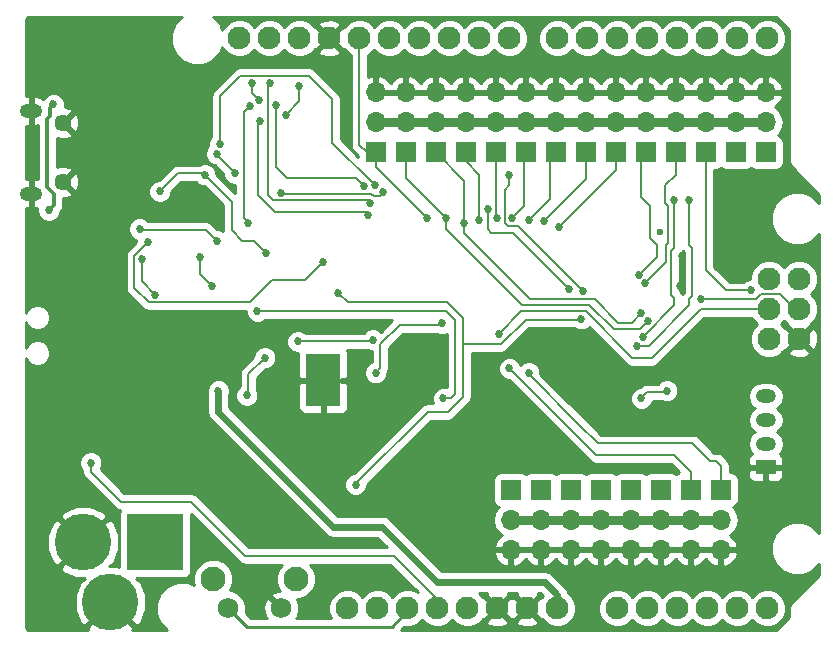
<source format=gbl>
%TF.GenerationSoftware,KiCad,Pcbnew,4.0.7*%
%TF.CreationDate,2018-07-15T20:27:14+02:00*%
%TF.ProjectId,Grape,47726170652E6B696361645F70636200,rev?*%
%TF.FileFunction,Copper,L2,Bot,Signal*%
%FSLAX46Y46*%
G04 Gerber Fmt 4.6, Leading zero omitted, Abs format (unit mm)*
G04 Created by KiCad (PCBNEW 4.0.7) date 07/15/18 20:27:14*
%MOMM*%
%LPD*%
G01*
G04 APERTURE LIST*
%ADD10C,0.150000*%
%ADD11C,1.930400*%
%ADD12C,4.800000*%
%ADD13R,4.800000X4.800000*%
%ADD14R,1.700000X1.700000*%
%ADD15O,1.700000X1.700000*%
%ADD16R,1.700000X1.200000*%
%ADD17O,1.700000X1.200000*%
%ADD18C,2.100000*%
%ADD19C,1.750000*%
%ADD20R,2.950000X4.500000*%
%ADD21C,0.600000*%
%ADD22C,1.450000*%
%ADD23O,1.900000X1.200000*%
%ADD24C,0.685800*%
%ADD25C,0.200000*%
%ADD26C,0.152400*%
%ADD27C,0.300000*%
%ADD28C,0.254000*%
%ADD29C,0.600000*%
%ADD30C,0.800000*%
G04 APERTURE END LIST*
D10*
D11*
X35687000Y-50927000D03*
X38227000Y-50927000D03*
X50927000Y-50927000D03*
X53467000Y-50927000D03*
X56007000Y-50927000D03*
X58547000Y-50927000D03*
X61087000Y-50927000D03*
X63627000Y-50927000D03*
X24003000Y-2667000D03*
X63627000Y-2667000D03*
X61087000Y-2667000D03*
X58547000Y-2667000D03*
X56007000Y-2667000D03*
X53467000Y-2667000D03*
X50927000Y-2667000D03*
X48387000Y-2667000D03*
X45847000Y-2667000D03*
X41783000Y-2667000D03*
X39243000Y-2667000D03*
X36703000Y-2667000D03*
X34163000Y-2667000D03*
X31623000Y-2667000D03*
X29083000Y-2667000D03*
X40767000Y-50927000D03*
X43307000Y-50927000D03*
X26543000Y-2667000D03*
X66306700Y-28115260D03*
X30607000Y-50927000D03*
X63766700Y-23037800D03*
X66306700Y-25577800D03*
X28067000Y-50927000D03*
X33147000Y-50927000D03*
X63766700Y-28115260D03*
X63766700Y-25577800D03*
X18923000Y-2667000D03*
X21463000Y-2667000D03*
X66306700Y-23037800D03*
X45847000Y-50927000D03*
D12*
X5711000Y-45339000D03*
D13*
X11811000Y-45339000D03*
D12*
X8001000Y-50419000D03*
D14*
X63500000Y-12319000D03*
D15*
X63500000Y-9779000D03*
X63500000Y-7239000D03*
D14*
X50800000Y-12319000D03*
D15*
X50800000Y-9779000D03*
X50800000Y-7239000D03*
D14*
X38100000Y-12319000D03*
D15*
X38100000Y-9779000D03*
X38100000Y-7239000D03*
D14*
X41910000Y-40894000D03*
D15*
X41910000Y-43434000D03*
X41910000Y-45974000D03*
D14*
X59690000Y-40894000D03*
D15*
X59690000Y-43434000D03*
X59690000Y-45974000D03*
D14*
X60960000Y-12319000D03*
D15*
X60960000Y-9779000D03*
X60960000Y-7239000D03*
D14*
X48260000Y-12319000D03*
D15*
X48260000Y-9779000D03*
X48260000Y-7239000D03*
D14*
X35560000Y-12319000D03*
D15*
X35560000Y-9779000D03*
X35560000Y-7239000D03*
D14*
X44450000Y-40894000D03*
D15*
X44450000Y-43434000D03*
X44450000Y-45974000D03*
D14*
X57150000Y-40894000D03*
D15*
X57150000Y-43434000D03*
X57150000Y-45974000D03*
D14*
X58420000Y-12319000D03*
D15*
X58420000Y-9779000D03*
X58420000Y-7239000D03*
D14*
X45720000Y-12319000D03*
D15*
X45720000Y-9779000D03*
X45720000Y-7239000D03*
D14*
X33020000Y-12319000D03*
D15*
X33020000Y-9779000D03*
X33020000Y-7239000D03*
D14*
X46990000Y-40894000D03*
D15*
X46990000Y-43434000D03*
X46990000Y-45974000D03*
D14*
X55880000Y-12319000D03*
D15*
X55880000Y-9779000D03*
X55880000Y-7239000D03*
D14*
X43180000Y-12319000D03*
D15*
X43180000Y-9779000D03*
X43180000Y-7239000D03*
D14*
X30480000Y-12319000D03*
D15*
X30480000Y-9779000D03*
X30480000Y-7239000D03*
D14*
X49530000Y-40894000D03*
D15*
X49530000Y-43434000D03*
X49530000Y-45974000D03*
D14*
X53340000Y-12319000D03*
D15*
X53340000Y-9779000D03*
X53340000Y-7239000D03*
D14*
X40640000Y-12319000D03*
D15*
X40640000Y-9779000D03*
X40640000Y-7239000D03*
D14*
X52070000Y-40894000D03*
D15*
X52070000Y-43434000D03*
X52070000Y-45974000D03*
D14*
X54610000Y-40894000D03*
D15*
X54610000Y-43434000D03*
X54610000Y-45974000D03*
D16*
X63500000Y-38989000D03*
D17*
X63500000Y-36989000D03*
X63500000Y-34989000D03*
X63500000Y-32989000D03*
D18*
X16719000Y-48437000D03*
D19*
X17979000Y-50927000D03*
X22479000Y-50927000D03*
D18*
X23729000Y-48437000D03*
D20*
X26035000Y-31623000D03*
D21*
X25435000Y-30423000D03*
X25435000Y-31223000D03*
X26635000Y-31223000D03*
X26635000Y-30423000D03*
X25435000Y-32823000D03*
X25435000Y-32023000D03*
X26635000Y-32023000D03*
X26635000Y-32823000D03*
X12573000Y-26416000D03*
X20320000Y-48768000D03*
X29019500Y-48323500D03*
X10477500Y-9842500D03*
X54546500Y-19050000D03*
X40259000Y-39243000D03*
X66548000Y-33909000D03*
X66548000Y-38417500D03*
X66548000Y-42164000D03*
X2921000Y-48704500D03*
X23050500Y-36004500D03*
X24765000Y-36004500D03*
X33147000Y-37909500D03*
D22*
X4001000Y-9819000D03*
X4001000Y-14819000D03*
D23*
X1301000Y-8819000D03*
X1301000Y-15819000D03*
D24*
X6350000Y-38608000D03*
X16637000Y-23622000D03*
X15621000Y-21209000D03*
X14668500Y-16891000D03*
X43307000Y-29845000D03*
X38862000Y-29527500D03*
X10541000Y-15367000D03*
X12954000Y-16891000D03*
X56261000Y-23622000D03*
X56388000Y-21082000D03*
X21209000Y-20828000D03*
X16002000Y-14224000D03*
X12192000Y-15621000D03*
X2794000Y-17208500D03*
X3175000Y-8255000D03*
X24003000Y-6667500D03*
X22860000Y-9144000D03*
X20637500Y-9652000D03*
X29781500Y-17589500D03*
X47879000Y-26416000D03*
X27305000Y-24193500D03*
X28765500Y-40449500D03*
X17145000Y-32512000D03*
X23876000Y-28321000D03*
X30226000Y-28194000D03*
X11811000Y-24384000D03*
X10668000Y-21336000D03*
X10477500Y-18796000D03*
X17018000Y-19812000D03*
X21082000Y-29718000D03*
X19558000Y-32893000D03*
X21526500Y-6477000D03*
X29972000Y-16573500D03*
X39941500Y-17081500D03*
X46863000Y-23876000D03*
X55118000Y-32512000D03*
X52959000Y-33147000D03*
X48006000Y-24066500D03*
X41783000Y-14224000D03*
X29464000Y-15176500D03*
X22034500Y-8318500D03*
X20574000Y-7874000D03*
X20002500Y-6477000D03*
X62230000Y-24003000D03*
X53276500Y-23368000D03*
X52768500Y-22669500D03*
X45974000Y-18669000D03*
X44704000Y-18161000D03*
X43434000Y-18034000D03*
X42037000Y-17907000D03*
X40767000Y-17907000D03*
X39243000Y-18034000D03*
X58039000Y-24765000D03*
X52959000Y-25908000D03*
X37973000Y-18288000D03*
X53530500Y-26606500D03*
X36449000Y-17907000D03*
X40894000Y-27686000D03*
X34798000Y-17907000D03*
X36195000Y-33147000D03*
X20447000Y-25781000D03*
X17018000Y-12446000D03*
X18542000Y-14097000D03*
X52578000Y-28702000D03*
X57023000Y-16383000D03*
X43434000Y-30988000D03*
X53086000Y-27940000D03*
X55753000Y-16383000D03*
X41783000Y-30607000D03*
X19812000Y-8382000D03*
X19685000Y-18288000D03*
X11176000Y-19939000D03*
X26035000Y-21590000D03*
X31115000Y-15684500D03*
X22415500Y-15748000D03*
X17272000Y-11620500D03*
X30416500Y-15113000D03*
X36068000Y-26797000D03*
X30480000Y-30988000D03*
D25*
X35687000Y-50927000D02*
X35687000Y-50165000D01*
X35687000Y-50165000D02*
X32004000Y-46482000D01*
X32004000Y-46482000D02*
X19431000Y-46482000D01*
X19431000Y-46482000D02*
X14859000Y-41910000D01*
X14859000Y-41910000D02*
X8890000Y-41910000D01*
X8890000Y-41910000D02*
X6350000Y-39370000D01*
X6350000Y-39370000D02*
X6350000Y-38608000D01*
X16637000Y-23622000D02*
X15621000Y-22606000D01*
X15621000Y-22606000D02*
X15621000Y-21209000D01*
D26*
X43307000Y-29845000D02*
X42989500Y-29527500D01*
X42989500Y-29527500D02*
X38862000Y-29527500D01*
D25*
X10541000Y-15367000D02*
X12065000Y-16891000D01*
X12065000Y-16891000D02*
X12954000Y-16891000D01*
X56261000Y-23622000D02*
X56388000Y-23495000D01*
X56388000Y-23495000D02*
X56388000Y-21082000D01*
X18288000Y-16510000D02*
X16002000Y-14224000D01*
X18288000Y-18923000D02*
X18288000Y-16510000D01*
X19177000Y-19812000D02*
X18288000Y-18923000D01*
X20193000Y-19812000D02*
X19177000Y-19812000D01*
X21209000Y-20828000D02*
X20193000Y-19812000D01*
X15875000Y-14097000D02*
X16002000Y-14224000D01*
X13716000Y-14097000D02*
X15875000Y-14097000D01*
X12192000Y-15621000D02*
X13716000Y-14097000D01*
D27*
X3238500Y-16764000D02*
X2794000Y-17208500D01*
X3238500Y-15811500D02*
X3238500Y-16764000D01*
X2667000Y-15240000D02*
X3238500Y-15811500D01*
X2667000Y-9461500D02*
X2667000Y-15240000D01*
X2857500Y-9271000D02*
X2667000Y-9461500D01*
X2857500Y-8572500D02*
X2857500Y-9271000D01*
X3175000Y-8255000D02*
X2857500Y-8572500D01*
D25*
X24003000Y-8001000D02*
X24003000Y-6667500D01*
X22860000Y-9144000D02*
X24003000Y-8001000D01*
X20510500Y-9779000D02*
X20637500Y-9652000D01*
X20510500Y-15938500D02*
X20510500Y-9779000D01*
X21971000Y-17399000D02*
X20510500Y-15938500D01*
X29591000Y-17399000D02*
X21971000Y-17399000D01*
X29781500Y-17589500D02*
X29591000Y-17399000D01*
X37846000Y-28575000D02*
X41084500Y-28575000D01*
X47815500Y-26479500D02*
X47879000Y-26416000D01*
X43180000Y-26479500D02*
X47815500Y-26479500D01*
X41084500Y-28575000D02*
X43180000Y-26479500D01*
X27305000Y-24193500D02*
X28130500Y-25019000D01*
X28130500Y-25019000D02*
X36512500Y-25019000D01*
X36512500Y-25019000D02*
X37846000Y-26352500D01*
X37846000Y-26352500D02*
X37846000Y-28575000D01*
X37846000Y-28575000D02*
X37846000Y-33020000D01*
X37846000Y-33020000D02*
X36576000Y-34290000D01*
X36576000Y-34290000D02*
X34861500Y-34290000D01*
X34861500Y-34290000D02*
X28829000Y-40322500D01*
X28829000Y-40322500D02*
X28765500Y-40449500D01*
D28*
X33147000Y-50927000D02*
X33147000Y-51181000D01*
X33147000Y-51181000D02*
X31813500Y-52514500D01*
X19566500Y-52514500D02*
X17979000Y-50927000D01*
X31813500Y-52514500D02*
X19566500Y-52514500D01*
D29*
X45847000Y-50927000D02*
X45847000Y-49784000D01*
X45847000Y-49784000D02*
X44767500Y-48704500D01*
X44767500Y-48704500D02*
X35687000Y-48704500D01*
X35687000Y-48704500D02*
X30988000Y-44005500D01*
X30988000Y-44005500D02*
X26860500Y-44005500D01*
X26860500Y-44005500D02*
X17145000Y-34290000D01*
X17145000Y-34290000D02*
X17145000Y-32512000D01*
D25*
X30988000Y-44005500D02*
X26860500Y-44005500D01*
X35687000Y-48704500D02*
X30988000Y-44005500D01*
X44767500Y-48704500D02*
X35687000Y-48704500D01*
X45847000Y-49784000D02*
X44767500Y-48704500D01*
X30099000Y-28321000D02*
X23876000Y-28321000D01*
X30226000Y-28194000D02*
X30099000Y-28321000D01*
D26*
X10668000Y-21717000D02*
X10668000Y-21336000D01*
X11811000Y-24384000D02*
X10668000Y-23241000D01*
X10668000Y-21717000D02*
X10668000Y-23241000D01*
X10477500Y-18796000D02*
X10541000Y-18859500D01*
X10541000Y-18859500D02*
X16065500Y-18859500D01*
X16065500Y-18859500D02*
X17018000Y-19812000D01*
D30*
X33020000Y-9779000D02*
X30480000Y-9779000D01*
X35560000Y-9779000D02*
X33020000Y-9779000D01*
X38100000Y-9779000D02*
X35560000Y-9779000D01*
X40640000Y-9779000D02*
X38100000Y-9779000D01*
X45720000Y-9779000D02*
X43180000Y-9779000D01*
X43180000Y-9779000D02*
X40640000Y-9779000D01*
X48260000Y-9779000D02*
X45720000Y-9779000D01*
X50800000Y-9779000D02*
X48260000Y-9779000D01*
X53340000Y-9779000D02*
X50800000Y-9779000D01*
X55880000Y-9779000D02*
X53340000Y-9779000D01*
X58420000Y-9779000D02*
X55880000Y-9779000D01*
X60960000Y-9779000D02*
X58420000Y-9779000D01*
X63500000Y-9779000D02*
X60960000Y-9779000D01*
X41910000Y-43434000D02*
X44450000Y-43434000D01*
X44450000Y-43434000D02*
X46990000Y-43434000D01*
X46990000Y-43434000D02*
X49530000Y-43434000D01*
X49530000Y-43434000D02*
X52070000Y-43434000D01*
X52070000Y-43434000D02*
X54610000Y-43434000D01*
X54610000Y-43434000D02*
X57150000Y-43434000D01*
X59690000Y-43434000D02*
X57150000Y-43434000D01*
D25*
X19685000Y-31115000D02*
X21082000Y-29718000D01*
X19685000Y-32766000D02*
X19685000Y-31115000D01*
X19558000Y-32893000D02*
X19685000Y-32766000D01*
X21336000Y-6667500D02*
X21526500Y-6477000D01*
X21336000Y-15938500D02*
X21336000Y-6667500D01*
X21780500Y-16383000D02*
X21336000Y-15938500D01*
X29781500Y-16383000D02*
X21780500Y-16383000D01*
X29972000Y-16573500D02*
X29781500Y-16383000D01*
X39941500Y-18796000D02*
X39941500Y-17081500D01*
X40259000Y-19113500D02*
X39941500Y-18796000D01*
X42100500Y-19113500D02*
X40259000Y-19113500D01*
X46863000Y-23876000D02*
X42100500Y-19113500D01*
X54991000Y-32639000D02*
X55118000Y-32512000D01*
X53467000Y-32639000D02*
X54991000Y-32639000D01*
X52959000Y-33147000D02*
X53467000Y-32639000D01*
X41402000Y-18288000D02*
X41402000Y-15494000D01*
X48006000Y-24066500D02*
X42481500Y-18542000D01*
X42481500Y-18542000D02*
X41656000Y-18542000D01*
X41656000Y-18542000D02*
X41402000Y-18288000D01*
X29464000Y-15176500D02*
X28765500Y-14478000D01*
X28765500Y-14478000D02*
X22923500Y-14478000D01*
X22923500Y-14478000D02*
X22034500Y-13589000D01*
X22034500Y-13589000D02*
X22034500Y-8318500D01*
X20574000Y-7874000D02*
X20002500Y-7302500D01*
X20002500Y-7302500D02*
X20002500Y-6477000D01*
X41783000Y-15113000D02*
X41783000Y-14224000D01*
X41402000Y-15494000D02*
X41783000Y-15113000D01*
D26*
X58420000Y-12319000D02*
X58420000Y-22288500D01*
X60134500Y-24003000D02*
X62230000Y-24003000D01*
X58420000Y-22288500D02*
X60134500Y-24003000D01*
X53276500Y-23368000D02*
X55054500Y-21590000D01*
X55054500Y-21590000D02*
X55054500Y-20193000D01*
X55054500Y-20193000D02*
X55245000Y-20002500D01*
X55245000Y-20002500D02*
X55245000Y-16891000D01*
X55245000Y-16891000D02*
X54991000Y-16637000D01*
X54991000Y-16637000D02*
X54991000Y-15113000D01*
X54991000Y-15113000D02*
X55880000Y-14224000D01*
X55880000Y-14224000D02*
X55880000Y-12319000D01*
X52768500Y-22669500D02*
X54292500Y-21145500D01*
X54292500Y-21145500D02*
X54292500Y-20129500D01*
X54292500Y-20129500D02*
X53721000Y-19558000D01*
X53721000Y-19558000D02*
X53721000Y-16827500D01*
X53721000Y-16827500D02*
X52959000Y-16065500D01*
X52959000Y-16065500D02*
X52959000Y-12700000D01*
X52959000Y-12700000D02*
X53340000Y-12319000D01*
D25*
X50800000Y-13843000D02*
X50800000Y-12319000D01*
X45974000Y-18669000D02*
X50800000Y-13843000D01*
X44704000Y-18161000D02*
X48260000Y-14605000D01*
X48260000Y-14605000D02*
X48260000Y-12319000D01*
X43434000Y-18034000D02*
X45212000Y-16256000D01*
X45212000Y-16256000D02*
X45212000Y-12827000D01*
X45212000Y-12827000D02*
X45720000Y-12319000D01*
X42037000Y-17907000D02*
X43053000Y-16891000D01*
X43053000Y-16891000D02*
X43053000Y-12446000D01*
X43053000Y-12446000D02*
X43180000Y-12319000D01*
X40767000Y-17907000D02*
X40640000Y-17780000D01*
X40640000Y-17780000D02*
X40640000Y-12319000D01*
X39243000Y-18034000D02*
X39243000Y-14224000D01*
X39243000Y-14224000D02*
X38100000Y-13081000D01*
X38100000Y-13081000D02*
X38100000Y-12319000D01*
D26*
X66306700Y-25577800D02*
X65963800Y-25577800D01*
X65963800Y-25577800D02*
X64706500Y-24320500D01*
X64706500Y-24320500D02*
X63119000Y-24320500D01*
X63119000Y-24320500D02*
X62674500Y-24765000D01*
X62674500Y-24765000D02*
X58039000Y-24765000D01*
X52959000Y-25908000D02*
X52133500Y-26733500D01*
X52133500Y-26733500D02*
X50990500Y-26733500D01*
X50990500Y-26733500D02*
X49022000Y-24765000D01*
X49022000Y-24765000D02*
X43561000Y-24765000D01*
X43561000Y-24765000D02*
X37973000Y-19177000D01*
X37973000Y-19177000D02*
X37973000Y-18288000D01*
D25*
X37973000Y-18288000D02*
X37973000Y-14732000D01*
X37973000Y-14732000D02*
X35560000Y-12319000D01*
X35560000Y-12319000D02*
X35560000Y-12319000D01*
D26*
X36449000Y-18796000D02*
X36449000Y-17907000D01*
X42862500Y-25209500D02*
X36449000Y-18796000D01*
X48514000Y-25209500D02*
X42862500Y-25209500D01*
X50609500Y-27305000D02*
X48514000Y-25209500D01*
X52832000Y-27305000D02*
X50609500Y-27305000D01*
X53530500Y-26606500D02*
X52832000Y-27305000D01*
D25*
X36449000Y-17907000D02*
X33020000Y-14478000D01*
X33020000Y-14478000D02*
X33020000Y-12319000D01*
X63766700Y-25577800D02*
X57988200Y-25577800D01*
X42799000Y-25781000D02*
X40894000Y-27686000D01*
X48260000Y-25781000D02*
X42799000Y-25781000D01*
X52197000Y-29718000D02*
X48260000Y-25781000D01*
X53848000Y-29718000D02*
X52197000Y-29718000D01*
X57988200Y-25577800D02*
X53848000Y-29718000D01*
X30480000Y-13589000D02*
X30480000Y-12319000D01*
X34798000Y-17907000D02*
X30480000Y-13589000D01*
X30480000Y-12319000D02*
X29718000Y-12319000D01*
X29718000Y-12319000D02*
X29083000Y-11684000D01*
X29083000Y-11684000D02*
X29083000Y-2667000D01*
X36830000Y-33147000D02*
X36195000Y-33147000D01*
X37211000Y-32766000D02*
X36830000Y-33147000D01*
X37211000Y-26543000D02*
X37211000Y-32766000D01*
X36449000Y-25781000D02*
X37211000Y-26543000D01*
X20447000Y-25781000D02*
X36449000Y-25781000D01*
X17018000Y-12573000D02*
X17018000Y-12446000D01*
X18542000Y-14097000D02*
X17018000Y-12573000D01*
X53594000Y-28702000D02*
X52578000Y-28702000D01*
X57023000Y-25273000D02*
X53594000Y-28702000D01*
X57023000Y-24765000D02*
X57023000Y-25273000D01*
X57277000Y-24511000D02*
X57023000Y-24765000D01*
X57277000Y-20447000D02*
X57277000Y-24511000D01*
X57023000Y-20193000D02*
X57277000Y-20447000D01*
X57023000Y-16383000D02*
X57023000Y-20193000D01*
X59690000Y-40894000D02*
X59690000Y-38862000D01*
X43434000Y-31115000D02*
X43434000Y-30988000D01*
X47625000Y-35306000D02*
X43434000Y-31115000D01*
X47625000Y-35306000D02*
X47625000Y-35306000D01*
X49276000Y-36957000D02*
X47625000Y-35306000D01*
X57277000Y-36957000D02*
X49276000Y-36957000D01*
X58801000Y-38481000D02*
X57277000Y-36957000D01*
X59309000Y-38481000D02*
X58801000Y-38481000D01*
X59690000Y-38862000D02*
X59309000Y-38481000D01*
X55753000Y-25273000D02*
X53086000Y-27940000D01*
X55753000Y-24638000D02*
X55753000Y-25273000D01*
X55499000Y-24384000D02*
X55753000Y-24638000D01*
X55499000Y-20701000D02*
X55499000Y-24384000D01*
X55753000Y-20447000D02*
X55499000Y-20701000D01*
X55753000Y-16383000D02*
X55753000Y-20447000D01*
X57150000Y-40894000D02*
X57150000Y-39370000D01*
X49149000Y-37973000D02*
X41783000Y-30607000D01*
X55753000Y-37973000D02*
X49149000Y-37973000D01*
X57150000Y-39370000D02*
X55753000Y-37973000D01*
X19304000Y-8890000D02*
X19812000Y-8382000D01*
X19304000Y-17907000D02*
X19304000Y-8890000D01*
X19685000Y-18288000D02*
X19304000Y-17907000D01*
X10033000Y-21082000D02*
X11176000Y-19939000D01*
X10033000Y-23812500D02*
X10033000Y-21082000D01*
X11239500Y-25019000D02*
X10033000Y-23812500D01*
X19812000Y-25019000D02*
X11239500Y-25019000D01*
X21717000Y-23114000D02*
X19812000Y-25019000D01*
X24511000Y-23114000D02*
X21717000Y-23114000D01*
X26035000Y-21590000D02*
X24511000Y-23114000D01*
D26*
X31115000Y-15684500D02*
X30797500Y-16002000D01*
X30797500Y-16002000D02*
X30289500Y-16002000D01*
X30289500Y-16002000D02*
X30099000Y-15811500D01*
X30099000Y-15811500D02*
X22352000Y-15811500D01*
X22352000Y-15811500D02*
X22415500Y-15748000D01*
X17272000Y-7556500D02*
X17272000Y-11620500D01*
X18986500Y-5842000D02*
X17272000Y-7556500D01*
X24828500Y-5842000D02*
X18986500Y-5842000D01*
X26797000Y-7810500D02*
X24828500Y-5842000D01*
X26797000Y-11493500D02*
X26797000Y-7810500D01*
X30416500Y-15113000D02*
X26797000Y-11493500D01*
D25*
X36068000Y-26797000D02*
X35941000Y-26924000D01*
X35941000Y-26924000D02*
X32512000Y-26924000D01*
X32512000Y-26924000D02*
X30861000Y-28575000D01*
X30861000Y-28575000D02*
X30861000Y-30607000D01*
X30861000Y-30607000D02*
X30480000Y-30988000D01*
D28*
G36*
X13483955Y-1406411D02*
X13144887Y-2222978D01*
X13144115Y-3107143D01*
X13481758Y-3924300D01*
X14106411Y-4550045D01*
X14922978Y-4889113D01*
X15807143Y-4889885D01*
X16624300Y-4552242D01*
X17250045Y-3927589D01*
X17481816Y-3369422D01*
X17565625Y-3572256D01*
X18015376Y-4022793D01*
X18603304Y-4266922D01*
X19239903Y-4267477D01*
X19828256Y-4024375D01*
X20193242Y-3660026D01*
X20555376Y-4022793D01*
X21143304Y-4266922D01*
X21779903Y-4267477D01*
X22368256Y-4024375D01*
X22733242Y-3660026D01*
X23095376Y-4022793D01*
X23683304Y-4266922D01*
X24319903Y-4267477D01*
X24908256Y-4024375D01*
X25138682Y-3794350D01*
X25595255Y-3794350D01*
X25689654Y-4057596D01*
X26286769Y-4278305D01*
X26922893Y-4253707D01*
X27396346Y-4057596D01*
X27490745Y-3794350D01*
X26543000Y-2846605D01*
X25595255Y-3794350D01*
X25138682Y-3794350D01*
X25344250Y-3589141D01*
X25415650Y-3614745D01*
X26363395Y-2667000D01*
X25415650Y-1719255D01*
X25343712Y-1745052D01*
X25138669Y-1539650D01*
X25595255Y-1539650D01*
X26543000Y-2487395D01*
X27490745Y-1539650D01*
X27396346Y-1276404D01*
X26799231Y-1055695D01*
X26163107Y-1080293D01*
X25689654Y-1276404D01*
X25595255Y-1539650D01*
X25138669Y-1539650D01*
X24910624Y-1311207D01*
X24322696Y-1067078D01*
X23686097Y-1066523D01*
X23097744Y-1309625D01*
X22732758Y-1673974D01*
X22370624Y-1311207D01*
X21782696Y-1067078D01*
X21146097Y-1066523D01*
X20557744Y-1309625D01*
X20192758Y-1673974D01*
X19830624Y-1311207D01*
X19242696Y-1067078D01*
X18606097Y-1066523D01*
X18017744Y-1309625D01*
X17567207Y-1759376D01*
X17481756Y-1965165D01*
X17252242Y-1409700D01*
X16669061Y-825500D01*
X64353672Y-825500D01*
X65468500Y-1940328D01*
X65468500Y-13081000D01*
X65521670Y-13348305D01*
X65673086Y-13574914D01*
X68008500Y-15910328D01*
X68008500Y-16605882D01*
X67427589Y-16023955D01*
X66611022Y-15684887D01*
X65726857Y-15684115D01*
X64909700Y-16021758D01*
X64283955Y-16646411D01*
X63944887Y-17462978D01*
X63944115Y-18347143D01*
X64281758Y-19164300D01*
X64906411Y-19790045D01*
X65722978Y-20129113D01*
X66607143Y-20129885D01*
X67424300Y-19792242D01*
X68008500Y-19209061D01*
X68008500Y-44545882D01*
X67427589Y-43963955D01*
X66611022Y-43624887D01*
X65726857Y-43624115D01*
X64909700Y-43961758D01*
X64283955Y-44586411D01*
X63944887Y-45402978D01*
X63944115Y-46287143D01*
X64281758Y-47104300D01*
X64906411Y-47730045D01*
X65722978Y-48069113D01*
X66607143Y-48069885D01*
X67424300Y-47732242D01*
X68008500Y-47149061D01*
X68008500Y-48097672D01*
X65673086Y-50433086D01*
X65521670Y-50659695D01*
X65475980Y-50889395D01*
X65468500Y-50927000D01*
X65468500Y-51653672D01*
X64353672Y-52768500D01*
X32637130Y-52768500D01*
X32878664Y-52526967D01*
X33463903Y-52527477D01*
X34052256Y-52284375D01*
X34417242Y-51920026D01*
X34779376Y-52282793D01*
X35367304Y-52526922D01*
X36003903Y-52527477D01*
X36592256Y-52284375D01*
X36957242Y-51920026D01*
X37319376Y-52282793D01*
X37907304Y-52526922D01*
X38543903Y-52527477D01*
X39132256Y-52284375D01*
X39362682Y-52054350D01*
X39819255Y-52054350D01*
X39913654Y-52317596D01*
X40510769Y-52538305D01*
X41146893Y-52513707D01*
X41620346Y-52317596D01*
X41714745Y-52054350D01*
X42359255Y-52054350D01*
X42453654Y-52317596D01*
X43050769Y-52538305D01*
X43686893Y-52513707D01*
X44160346Y-52317596D01*
X44254745Y-52054350D01*
X43307000Y-51106605D01*
X42359255Y-52054350D01*
X41714745Y-52054350D01*
X40767000Y-51106605D01*
X39819255Y-52054350D01*
X39362682Y-52054350D01*
X39568250Y-51849141D01*
X39639650Y-51874745D01*
X40587395Y-50927000D01*
X40946605Y-50927000D01*
X41894350Y-51874745D01*
X42037000Y-51823591D01*
X42179650Y-51874745D01*
X43127395Y-50927000D01*
X42179650Y-49979255D01*
X42037000Y-50030409D01*
X41894350Y-49979255D01*
X40946605Y-50927000D01*
X40587395Y-50927000D01*
X39639650Y-49979255D01*
X39567712Y-50005052D01*
X39202798Y-49639500D01*
X39876684Y-49639500D01*
X39819255Y-49799650D01*
X40767000Y-50747395D01*
X41714745Y-49799650D01*
X41657316Y-49639500D01*
X42416684Y-49639500D01*
X42359255Y-49799650D01*
X43307000Y-50747395D01*
X44254745Y-49799650D01*
X44197316Y-49639500D01*
X44380210Y-49639500D01*
X44625764Y-49885054D01*
X44505750Y-50004859D01*
X44434350Y-49979255D01*
X43486605Y-50927000D01*
X44434350Y-51874745D01*
X44506288Y-51848948D01*
X44939376Y-52282793D01*
X45527304Y-52526922D01*
X46163903Y-52527477D01*
X46752256Y-52284375D01*
X47202793Y-51834624D01*
X47446922Y-51246696D01*
X47446924Y-51243903D01*
X49326523Y-51243903D01*
X49569625Y-51832256D01*
X50019376Y-52282793D01*
X50607304Y-52526922D01*
X51243903Y-52527477D01*
X51832256Y-52284375D01*
X52197242Y-51920026D01*
X52559376Y-52282793D01*
X53147304Y-52526922D01*
X53783903Y-52527477D01*
X54372256Y-52284375D01*
X54737242Y-51920026D01*
X55099376Y-52282793D01*
X55687304Y-52526922D01*
X56323903Y-52527477D01*
X56912256Y-52284375D01*
X57277242Y-51920026D01*
X57639376Y-52282793D01*
X58227304Y-52526922D01*
X58863903Y-52527477D01*
X59452256Y-52284375D01*
X59817242Y-51920026D01*
X60179376Y-52282793D01*
X60767304Y-52526922D01*
X61403903Y-52527477D01*
X61992256Y-52284375D01*
X62357242Y-51920026D01*
X62719376Y-52282793D01*
X63307304Y-52526922D01*
X63943903Y-52527477D01*
X64532256Y-52284375D01*
X64982793Y-51834624D01*
X65226922Y-51246696D01*
X65227477Y-50610097D01*
X64984375Y-50021744D01*
X64534624Y-49571207D01*
X63946696Y-49327078D01*
X63310097Y-49326523D01*
X62721744Y-49569625D01*
X62356758Y-49933974D01*
X61994624Y-49571207D01*
X61406696Y-49327078D01*
X60770097Y-49326523D01*
X60181744Y-49569625D01*
X59816758Y-49933974D01*
X59454624Y-49571207D01*
X58866696Y-49327078D01*
X58230097Y-49326523D01*
X57641744Y-49569625D01*
X57276758Y-49933974D01*
X56914624Y-49571207D01*
X56326696Y-49327078D01*
X55690097Y-49326523D01*
X55101744Y-49569625D01*
X54736758Y-49933974D01*
X54374624Y-49571207D01*
X53786696Y-49327078D01*
X53150097Y-49326523D01*
X52561744Y-49569625D01*
X52196758Y-49933974D01*
X51834624Y-49571207D01*
X51246696Y-49327078D01*
X50610097Y-49326523D01*
X50021744Y-49569625D01*
X49571207Y-50019376D01*
X49327078Y-50607304D01*
X49326523Y-51243903D01*
X47446924Y-51243903D01*
X47447477Y-50610097D01*
X47204375Y-50021744D01*
X46754624Y-49571207D01*
X46738327Y-49564440D01*
X46711867Y-49431421D01*
X46710827Y-49426191D01*
X46508145Y-49122855D01*
X45428645Y-48043355D01*
X45125309Y-47840673D01*
X44767500Y-47769500D01*
X36074290Y-47769500D01*
X34635680Y-46330890D01*
X40468524Y-46330890D01*
X40638355Y-46740924D01*
X41028642Y-47169183D01*
X41553108Y-47415486D01*
X41783000Y-47294819D01*
X41783000Y-46101000D01*
X42037000Y-46101000D01*
X42037000Y-47294819D01*
X42266892Y-47415486D01*
X42791358Y-47169183D01*
X43180000Y-46742729D01*
X43568642Y-47169183D01*
X44093108Y-47415486D01*
X44323000Y-47294819D01*
X44323000Y-46101000D01*
X44577000Y-46101000D01*
X44577000Y-47294819D01*
X44806892Y-47415486D01*
X45331358Y-47169183D01*
X45720000Y-46742729D01*
X46108642Y-47169183D01*
X46633108Y-47415486D01*
X46863000Y-47294819D01*
X46863000Y-46101000D01*
X47117000Y-46101000D01*
X47117000Y-47294819D01*
X47346892Y-47415486D01*
X47871358Y-47169183D01*
X48260000Y-46742729D01*
X48648642Y-47169183D01*
X49173108Y-47415486D01*
X49403000Y-47294819D01*
X49403000Y-46101000D01*
X49657000Y-46101000D01*
X49657000Y-47294819D01*
X49886892Y-47415486D01*
X50411358Y-47169183D01*
X50800000Y-46742729D01*
X51188642Y-47169183D01*
X51713108Y-47415486D01*
X51943000Y-47294819D01*
X51943000Y-46101000D01*
X52197000Y-46101000D01*
X52197000Y-47294819D01*
X52426892Y-47415486D01*
X52951358Y-47169183D01*
X53340000Y-46742729D01*
X53728642Y-47169183D01*
X54253108Y-47415486D01*
X54483000Y-47294819D01*
X54483000Y-46101000D01*
X54737000Y-46101000D01*
X54737000Y-47294819D01*
X54966892Y-47415486D01*
X55491358Y-47169183D01*
X55880000Y-46742729D01*
X56268642Y-47169183D01*
X56793108Y-47415486D01*
X57023000Y-47294819D01*
X57023000Y-46101000D01*
X57277000Y-46101000D01*
X57277000Y-47294819D01*
X57506892Y-47415486D01*
X58031358Y-47169183D01*
X58420000Y-46742729D01*
X58808642Y-47169183D01*
X59333108Y-47415486D01*
X59563000Y-47294819D01*
X59563000Y-46101000D01*
X59817000Y-46101000D01*
X59817000Y-47294819D01*
X60046892Y-47415486D01*
X60571358Y-47169183D01*
X60961645Y-46740924D01*
X61131476Y-46330890D01*
X61010155Y-46101000D01*
X59817000Y-46101000D01*
X59563000Y-46101000D01*
X57277000Y-46101000D01*
X57023000Y-46101000D01*
X54737000Y-46101000D01*
X54483000Y-46101000D01*
X52197000Y-46101000D01*
X51943000Y-46101000D01*
X49657000Y-46101000D01*
X49403000Y-46101000D01*
X47117000Y-46101000D01*
X46863000Y-46101000D01*
X44577000Y-46101000D01*
X44323000Y-46101000D01*
X42037000Y-46101000D01*
X41783000Y-46101000D01*
X40589845Y-46101000D01*
X40468524Y-46330890D01*
X34635680Y-46330890D01*
X31738790Y-43434000D01*
X40395907Y-43434000D01*
X40508946Y-44002285D01*
X40830853Y-44484054D01*
X41171553Y-44711702D01*
X41028642Y-44778817D01*
X40638355Y-45207076D01*
X40468524Y-45617110D01*
X40589845Y-45847000D01*
X41783000Y-45847000D01*
X41783000Y-45827000D01*
X42037000Y-45827000D01*
X42037000Y-45847000D01*
X44323000Y-45847000D01*
X44323000Y-45827000D01*
X44577000Y-45827000D01*
X44577000Y-45847000D01*
X46863000Y-45847000D01*
X46863000Y-45827000D01*
X47117000Y-45827000D01*
X47117000Y-45847000D01*
X49403000Y-45847000D01*
X49403000Y-45827000D01*
X49657000Y-45827000D01*
X49657000Y-45847000D01*
X51943000Y-45847000D01*
X51943000Y-45827000D01*
X52197000Y-45827000D01*
X52197000Y-45847000D01*
X54483000Y-45847000D01*
X54483000Y-45827000D01*
X54737000Y-45827000D01*
X54737000Y-45847000D01*
X57023000Y-45847000D01*
X57023000Y-45827000D01*
X57277000Y-45827000D01*
X57277000Y-45847000D01*
X59563000Y-45847000D01*
X59563000Y-45827000D01*
X59817000Y-45827000D01*
X59817000Y-45847000D01*
X61010155Y-45847000D01*
X61131476Y-45617110D01*
X60961645Y-45207076D01*
X60571358Y-44778817D01*
X60428447Y-44711702D01*
X60769147Y-44484054D01*
X61091054Y-44002285D01*
X61204093Y-43434000D01*
X61091054Y-42865715D01*
X60769147Y-42383946D01*
X60727548Y-42356150D01*
X60775317Y-42347162D01*
X60991441Y-42208090D01*
X61136431Y-41995890D01*
X61187440Y-41744000D01*
X61187440Y-40044000D01*
X61143162Y-39808683D01*
X61004090Y-39592559D01*
X60791890Y-39447569D01*
X60540000Y-39396560D01*
X60425000Y-39396560D01*
X60425000Y-39274750D01*
X62015000Y-39274750D01*
X62015000Y-39715309D01*
X62111673Y-39948698D01*
X62290301Y-40127327D01*
X62523690Y-40224000D01*
X63214250Y-40224000D01*
X63373000Y-40065250D01*
X63373000Y-39116000D01*
X63627000Y-39116000D01*
X63627000Y-40065250D01*
X63785750Y-40224000D01*
X64476310Y-40224000D01*
X64709699Y-40127327D01*
X64888327Y-39948698D01*
X64985000Y-39715309D01*
X64985000Y-39274750D01*
X64826250Y-39116000D01*
X63627000Y-39116000D01*
X63373000Y-39116000D01*
X62173750Y-39116000D01*
X62015000Y-39274750D01*
X60425000Y-39274750D01*
X60425000Y-38862000D01*
X60369051Y-38580728D01*
X60257872Y-38414337D01*
X60209723Y-38342276D01*
X59828723Y-37961277D01*
X59590272Y-37801949D01*
X59309000Y-37746000D01*
X59105447Y-37746000D01*
X57796723Y-36437277D01*
X57558272Y-36277949D01*
X57277000Y-36222000D01*
X49580447Y-36222000D01*
X48144725Y-34786279D01*
X48144723Y-34786276D01*
X46699110Y-33340663D01*
X51980931Y-33340663D01*
X52129493Y-33700212D01*
X52404341Y-33975540D01*
X52763630Y-34124730D01*
X53152663Y-34125069D01*
X53512212Y-33976507D01*
X53787540Y-33701659D01*
X53923596Y-33374000D01*
X54643922Y-33374000D01*
X54922630Y-33489730D01*
X55311663Y-33490069D01*
X55671212Y-33341507D01*
X55946540Y-33066659D01*
X55978786Y-32989000D01*
X61985907Y-32989000D01*
X62079916Y-33461614D01*
X62347630Y-33862277D01*
X62537285Y-33989000D01*
X62347630Y-34115723D01*
X62079916Y-34516386D01*
X61985907Y-34989000D01*
X62079916Y-35461614D01*
X62347630Y-35862277D01*
X62537285Y-35989000D01*
X62347630Y-36115723D01*
X62079916Y-36516386D01*
X61985907Y-36989000D01*
X62079916Y-37461614D01*
X62329130Y-37834590D01*
X62290301Y-37850673D01*
X62111673Y-38029302D01*
X62015000Y-38262691D01*
X62015000Y-38703250D01*
X62173750Y-38862000D01*
X63373000Y-38862000D01*
X63373000Y-38842000D01*
X63627000Y-38842000D01*
X63627000Y-38862000D01*
X64826250Y-38862000D01*
X64985000Y-38703250D01*
X64985000Y-38262691D01*
X64888327Y-38029302D01*
X64709699Y-37850673D01*
X64670870Y-37834590D01*
X64920084Y-37461614D01*
X65014093Y-36989000D01*
X64920084Y-36516386D01*
X64652370Y-36115723D01*
X64462715Y-35989000D01*
X64652370Y-35862277D01*
X64920084Y-35461614D01*
X65014093Y-34989000D01*
X64920084Y-34516386D01*
X64652370Y-34115723D01*
X64462715Y-33989000D01*
X64652370Y-33862277D01*
X64920084Y-33461614D01*
X65014093Y-32989000D01*
X64920084Y-32516386D01*
X64652370Y-32115723D01*
X64251707Y-31848009D01*
X63779093Y-31754000D01*
X63220907Y-31754000D01*
X62748293Y-31848009D01*
X62347630Y-32115723D01*
X62079916Y-32516386D01*
X61985907Y-32989000D01*
X55978786Y-32989000D01*
X56095730Y-32707370D01*
X56096069Y-32318337D01*
X55947507Y-31958788D01*
X55672659Y-31683460D01*
X55313370Y-31534270D01*
X54924337Y-31533931D01*
X54564788Y-31682493D01*
X54342894Y-31904000D01*
X53467000Y-31904000D01*
X53232394Y-31950667D01*
X53185727Y-31959949D01*
X52947276Y-32119277D01*
X52897507Y-32169046D01*
X52765337Y-32168931D01*
X52405788Y-32317493D01*
X52130460Y-32592341D01*
X51981270Y-32951630D01*
X51980931Y-33340663D01*
X46699110Y-33340663D01*
X44411843Y-31053397D01*
X44412069Y-30794337D01*
X44263507Y-30434788D01*
X43988659Y-30159460D01*
X43629370Y-30010270D01*
X43240337Y-30009931D01*
X42880788Y-30158493D01*
X42721480Y-30317523D01*
X42612507Y-30053788D01*
X42337659Y-29778460D01*
X41978370Y-29629270D01*
X41589337Y-29628931D01*
X41229788Y-29777493D01*
X40954460Y-30052341D01*
X40805270Y-30411630D01*
X40804931Y-30800663D01*
X40953493Y-31160212D01*
X41228341Y-31435540D01*
X41587630Y-31584730D01*
X41721401Y-31584847D01*
X48629276Y-38492723D01*
X48801801Y-38608000D01*
X48867728Y-38652051D01*
X49149000Y-38708000D01*
X55448554Y-38708000D01*
X56162909Y-39422356D01*
X56064683Y-39440838D01*
X55877923Y-39561015D01*
X55711890Y-39447569D01*
X55460000Y-39396560D01*
X53760000Y-39396560D01*
X53524683Y-39440838D01*
X53337923Y-39561015D01*
X53171890Y-39447569D01*
X52920000Y-39396560D01*
X51220000Y-39396560D01*
X50984683Y-39440838D01*
X50797923Y-39561015D01*
X50631890Y-39447569D01*
X50380000Y-39396560D01*
X48680000Y-39396560D01*
X48444683Y-39440838D01*
X48257923Y-39561015D01*
X48091890Y-39447569D01*
X47840000Y-39396560D01*
X46140000Y-39396560D01*
X45904683Y-39440838D01*
X45717923Y-39561015D01*
X45551890Y-39447569D01*
X45300000Y-39396560D01*
X43600000Y-39396560D01*
X43364683Y-39440838D01*
X43177923Y-39561015D01*
X43011890Y-39447569D01*
X42760000Y-39396560D01*
X41060000Y-39396560D01*
X40824683Y-39440838D01*
X40608559Y-39579910D01*
X40463569Y-39792110D01*
X40412560Y-40044000D01*
X40412560Y-41744000D01*
X40456838Y-41979317D01*
X40595910Y-42195441D01*
X40808110Y-42340431D01*
X40875541Y-42354086D01*
X40830853Y-42383946D01*
X40508946Y-42865715D01*
X40395907Y-43434000D01*
X31738790Y-43434000D01*
X31649145Y-43344355D01*
X31345809Y-43141673D01*
X30988000Y-43070500D01*
X27247790Y-43070500D01*
X18080000Y-33902710D01*
X18080000Y-33086663D01*
X18579931Y-33086663D01*
X18728493Y-33446212D01*
X19003341Y-33721540D01*
X19362630Y-33870730D01*
X19751663Y-33871069D01*
X20111212Y-33722507D01*
X20386540Y-33447659D01*
X20535730Y-33088370D01*
X20536069Y-32699337D01*
X20420000Y-32418427D01*
X20420000Y-31419446D01*
X21143493Y-30695954D01*
X21275663Y-30696069D01*
X21635212Y-30547507D01*
X21910540Y-30272659D01*
X22059730Y-29913370D01*
X22060069Y-29524337D01*
X21911507Y-29164788D01*
X21636659Y-28889460D01*
X21277370Y-28740270D01*
X20888337Y-28739931D01*
X20528788Y-28888493D01*
X20253460Y-29163341D01*
X20104270Y-29522630D01*
X20104153Y-29656400D01*
X19165277Y-30595277D01*
X19005949Y-30833728D01*
X18950000Y-31115000D01*
X18950000Y-32118185D01*
X18729460Y-32338341D01*
X18580270Y-32697630D01*
X18579931Y-33086663D01*
X18080000Y-33086663D01*
X18080000Y-32810275D01*
X18122730Y-32707370D01*
X18123069Y-32318337D01*
X17974507Y-31958788D01*
X17699659Y-31683460D01*
X17340370Y-31534270D01*
X16951337Y-31533931D01*
X16591788Y-31682493D01*
X16316460Y-31957341D01*
X16167270Y-32316630D01*
X16166931Y-32705663D01*
X16210000Y-32809898D01*
X16210000Y-34290000D01*
X16281173Y-34647809D01*
X16483855Y-34951145D01*
X26199355Y-44666645D01*
X26502691Y-44869327D01*
X26860500Y-44940500D01*
X30600710Y-44940500D01*
X31407210Y-45747000D01*
X19735447Y-45747000D01*
X15378723Y-41390277D01*
X15140272Y-41230949D01*
X14859000Y-41175000D01*
X9194447Y-41175000D01*
X7179586Y-39160140D01*
X7327730Y-38803370D01*
X7328069Y-38414337D01*
X7179507Y-38054788D01*
X6904659Y-37779460D01*
X6545370Y-37630270D01*
X6156337Y-37629931D01*
X5796788Y-37778493D01*
X5521460Y-38053341D01*
X5372270Y-38412630D01*
X5371931Y-38801663D01*
X5520493Y-39161212D01*
X5615000Y-39255884D01*
X5615000Y-39370000D01*
X5664727Y-39619993D01*
X5670949Y-39651272D01*
X5830277Y-39889723D01*
X8370276Y-42429723D01*
X8608727Y-42589051D01*
X8655394Y-42598333D01*
X8848924Y-42636829D01*
X8814569Y-42687110D01*
X8763560Y-42939000D01*
X8763560Y-47450629D01*
X8599287Y-47382928D01*
X7935719Y-47384111D01*
X7874721Y-47323113D01*
X8287010Y-47053600D01*
X8747072Y-45937287D01*
X8744919Y-44729891D01*
X8287010Y-43624400D01*
X7874719Y-43354886D01*
X5890605Y-45339000D01*
X5904748Y-45353143D01*
X5725143Y-45532748D01*
X5711000Y-45518605D01*
X3726886Y-47502719D01*
X3996400Y-47915010D01*
X5112713Y-48375072D01*
X5776281Y-48373889D01*
X5837279Y-48434887D01*
X5424990Y-48704400D01*
X4964928Y-49820713D01*
X4967081Y-51028109D01*
X5424990Y-52133600D01*
X5837281Y-52403114D01*
X7821395Y-50419000D01*
X7807253Y-50404858D01*
X7986858Y-50225253D01*
X8001000Y-50239395D01*
X8015143Y-50225253D01*
X8194748Y-50404858D01*
X8180605Y-50419000D01*
X10164719Y-52403114D01*
X10577010Y-52133600D01*
X11037072Y-51017287D01*
X11034919Y-49809891D01*
X10577010Y-48704400D01*
X10164721Y-48434887D01*
X10213168Y-48386440D01*
X14211000Y-48386440D01*
X14446317Y-48342162D01*
X14662441Y-48203090D01*
X14807431Y-47990890D01*
X14858440Y-47739000D01*
X14858440Y-42948886D01*
X18911276Y-47001723D01*
X19149727Y-47161051D01*
X19190610Y-47169183D01*
X19431000Y-47217000D01*
X22566099Y-47217000D01*
X22301360Y-47481278D01*
X22044293Y-48100362D01*
X22043708Y-48770697D01*
X22299694Y-49390229D01*
X22331389Y-49421979D01*
X22113542Y-49431421D01*
X21679884Y-49611047D01*
X21596545Y-49864940D01*
X22479000Y-50747395D01*
X22493143Y-50733253D01*
X22672748Y-50912858D01*
X22658605Y-50927000D01*
X22672748Y-50941143D01*
X22493143Y-51120748D01*
X22479000Y-51106605D01*
X22464858Y-51120748D01*
X22285253Y-50941143D01*
X22299395Y-50927000D01*
X21416940Y-50044545D01*
X21163047Y-50127884D01*
X20957410Y-50692306D01*
X20983421Y-51292458D01*
X21163047Y-51726116D01*
X21243426Y-51752500D01*
X19882130Y-51752500D01*
X19450468Y-51320838D01*
X19488738Y-51228675D01*
X19489262Y-50627960D01*
X19259862Y-50072771D01*
X18835463Y-49647630D01*
X18280675Y-49417262D01*
X18122196Y-49417124D01*
X18146640Y-49392722D01*
X18403707Y-48773638D01*
X18404292Y-48103303D01*
X18148306Y-47483771D01*
X17674722Y-47009360D01*
X17055638Y-46752293D01*
X16385303Y-46751708D01*
X15765771Y-47007694D01*
X15291360Y-47481278D01*
X15034293Y-48100362D01*
X15033708Y-48770697D01*
X15102922Y-48938208D01*
X14541022Y-48704887D01*
X13656857Y-48704115D01*
X12839700Y-49041758D01*
X12213955Y-49666411D01*
X11874887Y-50482978D01*
X11874115Y-51367143D01*
X12211758Y-52184300D01*
X12794939Y-52768500D01*
X9863669Y-52768500D01*
X9985114Y-52582719D01*
X8001000Y-50598605D01*
X6016886Y-52582719D01*
X6138331Y-52768500D01*
X1211798Y-52768500D01*
X1026735Y-52731689D01*
X928170Y-52665830D01*
X862311Y-52567265D01*
X825500Y-52382202D01*
X825500Y-44740713D01*
X2674928Y-44740713D01*
X2677081Y-45948109D01*
X3134990Y-47053600D01*
X3547281Y-47323114D01*
X5531395Y-45339000D01*
X3547281Y-43354886D01*
X3134990Y-43624400D01*
X2674928Y-44740713D01*
X825500Y-44740713D01*
X825500Y-43175281D01*
X3726886Y-43175281D01*
X5711000Y-45159395D01*
X7695114Y-43175281D01*
X7425600Y-42762990D01*
X6309287Y-42302928D01*
X5101891Y-42305081D01*
X3996400Y-42762990D01*
X3726886Y-43175281D01*
X825500Y-43175281D01*
X825500Y-29725572D01*
X908646Y-29926800D01*
X1213595Y-30232282D01*
X1612233Y-30397811D01*
X2043873Y-30398188D01*
X2442800Y-30233354D01*
X2748282Y-29928405D01*
X2913811Y-29529767D01*
X2914188Y-29098127D01*
X2749354Y-28699200D01*
X2444405Y-28393718D01*
X2045767Y-28228189D01*
X1614127Y-28227812D01*
X1215200Y-28392646D01*
X909718Y-28697595D01*
X825500Y-28900414D01*
X825500Y-26725572D01*
X908646Y-26926800D01*
X1213595Y-27232282D01*
X1612233Y-27397811D01*
X2043873Y-27398188D01*
X2442800Y-27233354D01*
X2748282Y-26928405D01*
X2913811Y-26529767D01*
X2914188Y-26098127D01*
X2749354Y-25699200D01*
X2444405Y-25393718D01*
X2045767Y-25228189D01*
X1614127Y-25227812D01*
X1215200Y-25392646D01*
X909718Y-25697595D01*
X825500Y-25900414D01*
X825500Y-21082000D01*
X9298000Y-21082000D01*
X9298000Y-23812500D01*
X9335264Y-23999837D01*
X9353949Y-24093772D01*
X9513277Y-24332223D01*
X10719777Y-25538724D01*
X10932709Y-25681000D01*
X10958228Y-25698051D01*
X11239500Y-25754000D01*
X19469123Y-25754000D01*
X19468931Y-25974663D01*
X19617493Y-26334212D01*
X19892341Y-26609540D01*
X20251630Y-26758730D01*
X20640663Y-26759069D01*
X21000212Y-26610507D01*
X21094884Y-26516000D01*
X31880553Y-26516000D01*
X30905767Y-27490787D01*
X30780659Y-27365460D01*
X30421370Y-27216270D01*
X30032337Y-27215931D01*
X29672788Y-27364493D01*
X29450894Y-27586000D01*
X24524036Y-27586000D01*
X24430659Y-27492460D01*
X24071370Y-27343270D01*
X23682337Y-27342931D01*
X23322788Y-27491493D01*
X23047460Y-27766341D01*
X22898270Y-28125630D01*
X22897931Y-28514663D01*
X23046493Y-28874212D01*
X23321341Y-29149540D01*
X23680630Y-29298730D01*
X23925000Y-29298943D01*
X23925000Y-31337250D01*
X24083750Y-31496000D01*
X24521655Y-31496000D01*
X24521678Y-31496239D01*
X24577405Y-31630776D01*
X24540740Y-31750000D01*
X24083750Y-31750000D01*
X23925000Y-31908750D01*
X23925000Y-33999310D01*
X24021673Y-34232699D01*
X24200302Y-34411327D01*
X24433691Y-34508000D01*
X25749250Y-34508000D01*
X25908000Y-34349250D01*
X25908000Y-33282637D01*
X25990576Y-33287819D01*
X26035000Y-33243395D01*
X26079424Y-33287819D01*
X26162000Y-33282637D01*
X26162000Y-34349250D01*
X26320750Y-34508000D01*
X27636309Y-34508000D01*
X27869698Y-34411327D01*
X28048327Y-34232699D01*
X28145000Y-33999310D01*
X28145000Y-31908750D01*
X27986250Y-31750000D01*
X27548345Y-31750000D01*
X27548322Y-31749761D01*
X27492595Y-31615224D01*
X27529260Y-31496000D01*
X27986250Y-31496000D01*
X28145000Y-31337250D01*
X28145000Y-29246690D01*
X28066014Y-29056000D01*
X29751922Y-29056000D01*
X30030630Y-29171730D01*
X30126000Y-29171813D01*
X30126000Y-30076181D01*
X29926788Y-30158493D01*
X29651460Y-30433341D01*
X29502270Y-30792630D01*
X29501931Y-31181663D01*
X29650493Y-31541212D01*
X29925341Y-31816540D01*
X30284630Y-31965730D01*
X30673663Y-31966069D01*
X31033212Y-31817507D01*
X31308540Y-31542659D01*
X31457730Y-31183370D01*
X31457880Y-31011250D01*
X31540051Y-30888272D01*
X31542570Y-30875607D01*
X31596000Y-30607000D01*
X31596000Y-28879446D01*
X32816447Y-27659000D01*
X35593922Y-27659000D01*
X35872630Y-27774730D01*
X36261663Y-27775069D01*
X36476000Y-27686507D01*
X36476000Y-32204827D01*
X36390370Y-32169270D01*
X36001337Y-32168931D01*
X35641788Y-32317493D01*
X35366460Y-32592341D01*
X35217270Y-32951630D01*
X35216931Y-33340663D01*
X35305493Y-33555000D01*
X34861500Y-33555000D01*
X34580228Y-33610949D01*
X34341776Y-33770277D01*
X28640563Y-39471491D01*
X28571837Y-39471431D01*
X28212288Y-39619993D01*
X27936960Y-39894841D01*
X27787770Y-40254130D01*
X27787431Y-40643163D01*
X27935993Y-41002712D01*
X28210841Y-41278040D01*
X28570130Y-41427230D01*
X28959163Y-41427569D01*
X29318712Y-41279007D01*
X29594040Y-41004159D01*
X29743230Y-40644870D01*
X29743402Y-40447544D01*
X35165947Y-35025000D01*
X36576000Y-35025000D01*
X36857272Y-34969051D01*
X37095723Y-34809723D01*
X38365723Y-33539724D01*
X38525051Y-33301272D01*
X38550313Y-33174272D01*
X38581000Y-33020000D01*
X38581000Y-29310000D01*
X41084500Y-29310000D01*
X41365772Y-29254051D01*
X41604223Y-29094723D01*
X43484447Y-27214500D01*
X47294353Y-27214500D01*
X47324341Y-27244540D01*
X47683630Y-27393730D01*
X48072663Y-27394069D01*
X48432212Y-27245507D01*
X48558747Y-27119193D01*
X51677277Y-30237724D01*
X51890209Y-30380000D01*
X51915728Y-30397051D01*
X52197000Y-30453000D01*
X53848000Y-30453000D01*
X54129272Y-30397051D01*
X54367723Y-30237723D01*
X58292646Y-26312800D01*
X62338977Y-26312800D01*
X62409325Y-26483056D01*
X62772404Y-26846770D01*
X62410907Y-27207636D01*
X62166778Y-27795564D01*
X62166223Y-28432163D01*
X62409325Y-29020516D01*
X62859076Y-29471053D01*
X63447004Y-29715182D01*
X64083603Y-29715737D01*
X64671956Y-29472635D01*
X64902382Y-29242610D01*
X65358955Y-29242610D01*
X65453354Y-29505856D01*
X66050469Y-29726565D01*
X66686593Y-29701967D01*
X67160046Y-29505856D01*
X67254445Y-29242610D01*
X66306700Y-28294865D01*
X65358955Y-29242610D01*
X64902382Y-29242610D01*
X65107950Y-29037401D01*
X65179350Y-29063005D01*
X66127095Y-28115260D01*
X66486305Y-28115260D01*
X67434050Y-29063005D01*
X67697296Y-28968606D01*
X67918005Y-28371491D01*
X67893407Y-27735367D01*
X67697296Y-27261914D01*
X67434050Y-27167515D01*
X66486305Y-28115260D01*
X66127095Y-28115260D01*
X65179350Y-27167515D01*
X65107412Y-27193312D01*
X64760996Y-26846290D01*
X65036942Y-26570826D01*
X65383889Y-26918379D01*
X65358955Y-26987910D01*
X66306700Y-27935655D01*
X67254445Y-26987910D01*
X67229319Y-26917842D01*
X67662493Y-26485424D01*
X67906622Y-25897496D01*
X67907177Y-25260897D01*
X67664075Y-24672544D01*
X67299726Y-24307558D01*
X67662493Y-23945424D01*
X67906622Y-23357496D01*
X67907177Y-22720897D01*
X67664075Y-22132544D01*
X67214324Y-21682007D01*
X66626396Y-21437878D01*
X65989797Y-21437323D01*
X65401444Y-21680425D01*
X65036458Y-22044774D01*
X64674324Y-21682007D01*
X64086396Y-21437878D01*
X63449797Y-21437323D01*
X62861444Y-21680425D01*
X62410907Y-22130176D01*
X62166778Y-22718104D01*
X62166510Y-23025044D01*
X62036337Y-23024931D01*
X61676788Y-23173493D01*
X61558274Y-23291800D01*
X60429088Y-23291800D01*
X59131200Y-21993912D01*
X59131200Y-13816440D01*
X59270000Y-13816440D01*
X59505317Y-13772162D01*
X59692077Y-13651985D01*
X59858110Y-13765431D01*
X60110000Y-13816440D01*
X61810000Y-13816440D01*
X62045317Y-13772162D01*
X62232077Y-13651985D01*
X62398110Y-13765431D01*
X62650000Y-13816440D01*
X64350000Y-13816440D01*
X64585317Y-13772162D01*
X64801441Y-13633090D01*
X64946431Y-13420890D01*
X64997440Y-13169000D01*
X64997440Y-11469000D01*
X64953162Y-11233683D01*
X64814090Y-11017559D01*
X64601890Y-10872569D01*
X64534459Y-10858914D01*
X64579147Y-10829054D01*
X64901054Y-10347285D01*
X65014093Y-9779000D01*
X64901054Y-9210715D01*
X64579147Y-8728946D01*
X64238447Y-8501298D01*
X64381358Y-8434183D01*
X64771645Y-8005924D01*
X64941476Y-7595890D01*
X64820155Y-7366000D01*
X63627000Y-7366000D01*
X63627000Y-7386000D01*
X63373000Y-7386000D01*
X63373000Y-7366000D01*
X61087000Y-7366000D01*
X61087000Y-7386000D01*
X60833000Y-7386000D01*
X60833000Y-7366000D01*
X58547000Y-7366000D01*
X58547000Y-7386000D01*
X58293000Y-7386000D01*
X58293000Y-7366000D01*
X56007000Y-7366000D01*
X56007000Y-7386000D01*
X55753000Y-7386000D01*
X55753000Y-7366000D01*
X53467000Y-7366000D01*
X53467000Y-7386000D01*
X53213000Y-7386000D01*
X53213000Y-7366000D01*
X50927000Y-7366000D01*
X50927000Y-7386000D01*
X50673000Y-7386000D01*
X50673000Y-7366000D01*
X48387000Y-7366000D01*
X48387000Y-7386000D01*
X48133000Y-7386000D01*
X48133000Y-7366000D01*
X45847000Y-7366000D01*
X45847000Y-7386000D01*
X45593000Y-7386000D01*
X45593000Y-7366000D01*
X43307000Y-7366000D01*
X43307000Y-7386000D01*
X43053000Y-7386000D01*
X43053000Y-7366000D01*
X40767000Y-7366000D01*
X40767000Y-7386000D01*
X40513000Y-7386000D01*
X40513000Y-7366000D01*
X38227000Y-7366000D01*
X38227000Y-7386000D01*
X37973000Y-7386000D01*
X37973000Y-7366000D01*
X35687000Y-7366000D01*
X35687000Y-7386000D01*
X35433000Y-7386000D01*
X35433000Y-7366000D01*
X33147000Y-7366000D01*
X33147000Y-7386000D01*
X32893000Y-7386000D01*
X32893000Y-7366000D01*
X30607000Y-7366000D01*
X30607000Y-7386000D01*
X30353000Y-7386000D01*
X30353000Y-7366000D01*
X30333000Y-7366000D01*
X30333000Y-7112000D01*
X30353000Y-7112000D01*
X30353000Y-5918181D01*
X30607000Y-5918181D01*
X30607000Y-7112000D01*
X32893000Y-7112000D01*
X32893000Y-5918181D01*
X33147000Y-5918181D01*
X33147000Y-7112000D01*
X35433000Y-7112000D01*
X35433000Y-5918181D01*
X35687000Y-5918181D01*
X35687000Y-7112000D01*
X37973000Y-7112000D01*
X37973000Y-5918181D01*
X38227000Y-5918181D01*
X38227000Y-7112000D01*
X40513000Y-7112000D01*
X40513000Y-5918181D01*
X40767000Y-5918181D01*
X40767000Y-7112000D01*
X43053000Y-7112000D01*
X43053000Y-5918181D01*
X43307000Y-5918181D01*
X43307000Y-7112000D01*
X45593000Y-7112000D01*
X45593000Y-5918181D01*
X45847000Y-5918181D01*
X45847000Y-7112000D01*
X48133000Y-7112000D01*
X48133000Y-5918181D01*
X48387000Y-5918181D01*
X48387000Y-7112000D01*
X50673000Y-7112000D01*
X50673000Y-5918181D01*
X50927000Y-5918181D01*
X50927000Y-7112000D01*
X53213000Y-7112000D01*
X53213000Y-5918181D01*
X53467000Y-5918181D01*
X53467000Y-7112000D01*
X55753000Y-7112000D01*
X55753000Y-5918181D01*
X56007000Y-5918181D01*
X56007000Y-7112000D01*
X58293000Y-7112000D01*
X58293000Y-5918181D01*
X58547000Y-5918181D01*
X58547000Y-7112000D01*
X60833000Y-7112000D01*
X60833000Y-5918181D01*
X61087000Y-5918181D01*
X61087000Y-7112000D01*
X63373000Y-7112000D01*
X63373000Y-5918181D01*
X63627000Y-5918181D01*
X63627000Y-7112000D01*
X64820155Y-7112000D01*
X64941476Y-6882110D01*
X64771645Y-6472076D01*
X64381358Y-6043817D01*
X63856892Y-5797514D01*
X63627000Y-5918181D01*
X63373000Y-5918181D01*
X63143108Y-5797514D01*
X62618642Y-6043817D01*
X62230000Y-6470271D01*
X61841358Y-6043817D01*
X61316892Y-5797514D01*
X61087000Y-5918181D01*
X60833000Y-5918181D01*
X60603108Y-5797514D01*
X60078642Y-6043817D01*
X59690000Y-6470271D01*
X59301358Y-6043817D01*
X58776892Y-5797514D01*
X58547000Y-5918181D01*
X58293000Y-5918181D01*
X58063108Y-5797514D01*
X57538642Y-6043817D01*
X57150000Y-6470271D01*
X56761358Y-6043817D01*
X56236892Y-5797514D01*
X56007000Y-5918181D01*
X55753000Y-5918181D01*
X55523108Y-5797514D01*
X54998642Y-6043817D01*
X54610000Y-6470271D01*
X54221358Y-6043817D01*
X53696892Y-5797514D01*
X53467000Y-5918181D01*
X53213000Y-5918181D01*
X52983108Y-5797514D01*
X52458642Y-6043817D01*
X52070000Y-6470271D01*
X51681358Y-6043817D01*
X51156892Y-5797514D01*
X50927000Y-5918181D01*
X50673000Y-5918181D01*
X50443108Y-5797514D01*
X49918642Y-6043817D01*
X49530000Y-6470271D01*
X49141358Y-6043817D01*
X48616892Y-5797514D01*
X48387000Y-5918181D01*
X48133000Y-5918181D01*
X47903108Y-5797514D01*
X47378642Y-6043817D01*
X46990000Y-6470271D01*
X46601358Y-6043817D01*
X46076892Y-5797514D01*
X45847000Y-5918181D01*
X45593000Y-5918181D01*
X45363108Y-5797514D01*
X44838642Y-6043817D01*
X44450000Y-6470271D01*
X44061358Y-6043817D01*
X43536892Y-5797514D01*
X43307000Y-5918181D01*
X43053000Y-5918181D01*
X42823108Y-5797514D01*
X42298642Y-6043817D01*
X41910000Y-6470271D01*
X41521358Y-6043817D01*
X40996892Y-5797514D01*
X40767000Y-5918181D01*
X40513000Y-5918181D01*
X40283108Y-5797514D01*
X39758642Y-6043817D01*
X39370000Y-6470271D01*
X38981358Y-6043817D01*
X38456892Y-5797514D01*
X38227000Y-5918181D01*
X37973000Y-5918181D01*
X37743108Y-5797514D01*
X37218642Y-6043817D01*
X36830000Y-6470271D01*
X36441358Y-6043817D01*
X35916892Y-5797514D01*
X35687000Y-5918181D01*
X35433000Y-5918181D01*
X35203108Y-5797514D01*
X34678642Y-6043817D01*
X34290000Y-6470271D01*
X33901358Y-6043817D01*
X33376892Y-5797514D01*
X33147000Y-5918181D01*
X32893000Y-5918181D01*
X32663108Y-5797514D01*
X32138642Y-6043817D01*
X31750000Y-6470271D01*
X31361358Y-6043817D01*
X30836892Y-5797514D01*
X30607000Y-5918181D01*
X30353000Y-5918181D01*
X30123108Y-5797514D01*
X29818000Y-5940801D01*
X29818000Y-4094723D01*
X29988256Y-4024375D01*
X30353242Y-3660026D01*
X30715376Y-4022793D01*
X31303304Y-4266922D01*
X31939903Y-4267477D01*
X32528256Y-4024375D01*
X32893242Y-3660026D01*
X33255376Y-4022793D01*
X33843304Y-4266922D01*
X34479903Y-4267477D01*
X35068256Y-4024375D01*
X35433242Y-3660026D01*
X35795376Y-4022793D01*
X36383304Y-4266922D01*
X37019903Y-4267477D01*
X37608256Y-4024375D01*
X37973242Y-3660026D01*
X38335376Y-4022793D01*
X38923304Y-4266922D01*
X39559903Y-4267477D01*
X40148256Y-4024375D01*
X40513242Y-3660026D01*
X40875376Y-4022793D01*
X41463304Y-4266922D01*
X42099903Y-4267477D01*
X42688256Y-4024375D01*
X43138793Y-3574624D01*
X43382922Y-2986696D01*
X43382924Y-2983903D01*
X44246523Y-2983903D01*
X44489625Y-3572256D01*
X44939376Y-4022793D01*
X45527304Y-4266922D01*
X46163903Y-4267477D01*
X46752256Y-4024375D01*
X47117242Y-3660026D01*
X47479376Y-4022793D01*
X48067304Y-4266922D01*
X48703903Y-4267477D01*
X49292256Y-4024375D01*
X49657242Y-3660026D01*
X50019376Y-4022793D01*
X50607304Y-4266922D01*
X51243903Y-4267477D01*
X51832256Y-4024375D01*
X52197242Y-3660026D01*
X52559376Y-4022793D01*
X53147304Y-4266922D01*
X53783903Y-4267477D01*
X54372256Y-4024375D01*
X54737242Y-3660026D01*
X55099376Y-4022793D01*
X55687304Y-4266922D01*
X56323903Y-4267477D01*
X56912256Y-4024375D01*
X57277242Y-3660026D01*
X57639376Y-4022793D01*
X58227304Y-4266922D01*
X58863903Y-4267477D01*
X59452256Y-4024375D01*
X59817242Y-3660026D01*
X60179376Y-4022793D01*
X60767304Y-4266922D01*
X61403903Y-4267477D01*
X61992256Y-4024375D01*
X62357242Y-3660026D01*
X62719376Y-4022793D01*
X63307304Y-4266922D01*
X63943903Y-4267477D01*
X64532256Y-4024375D01*
X64982793Y-3574624D01*
X65226922Y-2986696D01*
X65227477Y-2350097D01*
X64984375Y-1761744D01*
X64534624Y-1311207D01*
X63946696Y-1067078D01*
X63310097Y-1066523D01*
X62721744Y-1309625D01*
X62356758Y-1673974D01*
X61994624Y-1311207D01*
X61406696Y-1067078D01*
X60770097Y-1066523D01*
X60181744Y-1309625D01*
X59816758Y-1673974D01*
X59454624Y-1311207D01*
X58866696Y-1067078D01*
X58230097Y-1066523D01*
X57641744Y-1309625D01*
X57276758Y-1673974D01*
X56914624Y-1311207D01*
X56326696Y-1067078D01*
X55690097Y-1066523D01*
X55101744Y-1309625D01*
X54736758Y-1673974D01*
X54374624Y-1311207D01*
X53786696Y-1067078D01*
X53150097Y-1066523D01*
X52561744Y-1309625D01*
X52196758Y-1673974D01*
X51834624Y-1311207D01*
X51246696Y-1067078D01*
X50610097Y-1066523D01*
X50021744Y-1309625D01*
X49656758Y-1673974D01*
X49294624Y-1311207D01*
X48706696Y-1067078D01*
X48070097Y-1066523D01*
X47481744Y-1309625D01*
X47116758Y-1673974D01*
X46754624Y-1311207D01*
X46166696Y-1067078D01*
X45530097Y-1066523D01*
X44941744Y-1309625D01*
X44491207Y-1759376D01*
X44247078Y-2347304D01*
X44246523Y-2983903D01*
X43382924Y-2983903D01*
X43383477Y-2350097D01*
X43140375Y-1761744D01*
X42690624Y-1311207D01*
X42102696Y-1067078D01*
X41466097Y-1066523D01*
X40877744Y-1309625D01*
X40512758Y-1673974D01*
X40150624Y-1311207D01*
X39562696Y-1067078D01*
X38926097Y-1066523D01*
X38337744Y-1309625D01*
X37972758Y-1673974D01*
X37610624Y-1311207D01*
X37022696Y-1067078D01*
X36386097Y-1066523D01*
X35797744Y-1309625D01*
X35432758Y-1673974D01*
X35070624Y-1311207D01*
X34482696Y-1067078D01*
X33846097Y-1066523D01*
X33257744Y-1309625D01*
X32892758Y-1673974D01*
X32530624Y-1311207D01*
X31942696Y-1067078D01*
X31306097Y-1066523D01*
X30717744Y-1309625D01*
X30352758Y-1673974D01*
X29990624Y-1311207D01*
X29402696Y-1067078D01*
X28766097Y-1066523D01*
X28177744Y-1309625D01*
X27741750Y-1744859D01*
X27670350Y-1719255D01*
X26722605Y-2667000D01*
X27670350Y-3614745D01*
X27742288Y-3588948D01*
X28175376Y-4022793D01*
X28348000Y-4094473D01*
X28348000Y-11684000D01*
X28374231Y-11815870D01*
X28403949Y-11965272D01*
X28563277Y-12203723D01*
X28982560Y-12623007D01*
X28982560Y-12673272D01*
X27508200Y-11198912D01*
X27508200Y-7810500D01*
X27454063Y-7538336D01*
X27364483Y-7404270D01*
X27299894Y-7307605D01*
X25331394Y-5339106D01*
X25100665Y-5184937D01*
X24828500Y-5130800D01*
X18986500Y-5130800D01*
X18759490Y-5175955D01*
X18714335Y-5184937D01*
X18483606Y-5339106D01*
X16769106Y-7053606D01*
X16614937Y-7284335D01*
X16586859Y-7425493D01*
X16560800Y-7556500D01*
X16560800Y-10948706D01*
X16443460Y-11065841D01*
X16294270Y-11425130D01*
X16293955Y-11787029D01*
X16189460Y-11891341D01*
X16040270Y-12250630D01*
X16039931Y-12639663D01*
X16188493Y-12999212D01*
X16463341Y-13274540D01*
X16822630Y-13423730D01*
X16829290Y-13423736D01*
X17564046Y-14158493D01*
X17563931Y-14290663D01*
X17712493Y-14650212D01*
X17987341Y-14925540D01*
X18346630Y-15074730D01*
X18569000Y-15074924D01*
X18569000Y-15751553D01*
X16979954Y-14162508D01*
X16980069Y-14030337D01*
X16831507Y-13670788D01*
X16556659Y-13395460D01*
X16197370Y-13246270D01*
X15808337Y-13245931D01*
X15527427Y-13362000D01*
X13716000Y-13362000D01*
X13481394Y-13408667D01*
X13434727Y-13417949D01*
X13196276Y-13577277D01*
X12130508Y-14643046D01*
X11998337Y-14642931D01*
X11638788Y-14791493D01*
X11363460Y-15066341D01*
X11214270Y-15425630D01*
X11213931Y-15814663D01*
X11362493Y-16174212D01*
X11637341Y-16449540D01*
X11996630Y-16598730D01*
X12385663Y-16599069D01*
X12745212Y-16450507D01*
X13020540Y-16175659D01*
X13169730Y-15816370D01*
X13169847Y-15682600D01*
X14020447Y-14832000D01*
X15227185Y-14832000D01*
X15447341Y-15052540D01*
X15806630Y-15201730D01*
X15940400Y-15201847D01*
X17553000Y-16814447D01*
X17553000Y-18923000D01*
X17564339Y-18980005D01*
X17213370Y-18834270D01*
X17045913Y-18834124D01*
X16568394Y-18356606D01*
X16337665Y-18202437D01*
X16065500Y-18148300D01*
X11212684Y-18148300D01*
X11032159Y-17967460D01*
X10672870Y-17818270D01*
X10283837Y-17817931D01*
X9924288Y-17966493D01*
X9648960Y-18241341D01*
X9499770Y-18600630D01*
X9499431Y-18989663D01*
X9647993Y-19349212D01*
X9922841Y-19624540D01*
X10199942Y-19739603D01*
X10198270Y-19743630D01*
X10198153Y-19877400D01*
X9513277Y-20562277D01*
X9353949Y-20800728D01*
X9298000Y-21082000D01*
X825500Y-21082000D01*
X825500Y-17054000D01*
X1174000Y-17054000D01*
X1174000Y-15946000D01*
X1154000Y-15946000D01*
X1154000Y-15692000D01*
X1174000Y-15692000D01*
X1174000Y-14584000D01*
X825500Y-14584000D01*
X825500Y-10054000D01*
X1174000Y-10054000D01*
X1174000Y-8946000D01*
X1154000Y-8946000D01*
X1154000Y-8692000D01*
X1174000Y-8692000D01*
X1174000Y-7584000D01*
X1428000Y-7584000D01*
X1428000Y-8692000D01*
X1448000Y-8692000D01*
X1448000Y-8946000D01*
X1428000Y-8946000D01*
X1428000Y-10054000D01*
X1778000Y-10054000D01*
X1882000Y-10021963D01*
X1882000Y-14616037D01*
X1778000Y-14584000D01*
X1428000Y-14584000D01*
X1428000Y-15692000D01*
X1448000Y-15692000D01*
X1448000Y-15946000D01*
X1428000Y-15946000D01*
X1428000Y-17054000D01*
X1778000Y-17054000D01*
X1816245Y-17042219D01*
X1815931Y-17402163D01*
X1964493Y-17761712D01*
X2239341Y-18037040D01*
X2598630Y-18186230D01*
X2987663Y-18186569D01*
X3347212Y-18038007D01*
X3622540Y-17763159D01*
X3771730Y-17403870D01*
X3771785Y-17340873D01*
X3793579Y-17319079D01*
X3963745Y-17064406D01*
X4023500Y-16764000D01*
X4023500Y-16179692D01*
X4342444Y-16162949D01*
X4709878Y-16010753D01*
X4774793Y-15772398D01*
X4001000Y-14998605D01*
X3986858Y-15012748D01*
X3807253Y-14833143D01*
X3821395Y-14819000D01*
X4180605Y-14819000D01*
X4954398Y-15592793D01*
X5192753Y-15527878D01*
X5373312Y-15017854D01*
X5344949Y-14477556D01*
X5192753Y-14110122D01*
X4954398Y-14045207D01*
X4180605Y-14819000D01*
X3821395Y-14819000D01*
X3807253Y-14804858D01*
X3986858Y-14625253D01*
X4001000Y-14639395D01*
X4774793Y-13865602D01*
X4709878Y-13627247D01*
X4199854Y-13446688D01*
X3659556Y-13475051D01*
X3452000Y-13561023D01*
X3452000Y-11067353D01*
X3802146Y-11191312D01*
X4342444Y-11162949D01*
X4709878Y-11010753D01*
X4774793Y-10772398D01*
X4001000Y-9998605D01*
X3986858Y-10012748D01*
X3807253Y-9833143D01*
X3821395Y-9819000D01*
X4180605Y-9819000D01*
X4954398Y-10592793D01*
X5192753Y-10527878D01*
X5373312Y-10017854D01*
X5344949Y-9477556D01*
X5192753Y-9110122D01*
X4954398Y-9045207D01*
X4180605Y-9819000D01*
X3821395Y-9819000D01*
X3807253Y-9804858D01*
X3986858Y-9625253D01*
X4001000Y-9639395D01*
X4774793Y-8865602D01*
X4709878Y-8627247D01*
X4199854Y-8446688D01*
X4152731Y-8449162D01*
X4153069Y-8061337D01*
X4004507Y-7701788D01*
X3729659Y-7426460D01*
X3370370Y-7277270D01*
X2981337Y-7276931D01*
X2621788Y-7425493D01*
X2346460Y-7700341D01*
X2311350Y-7784896D01*
X2240947Y-7726610D01*
X1778000Y-7584000D01*
X1428000Y-7584000D01*
X1174000Y-7584000D01*
X825500Y-7584000D01*
X825500Y-1211798D01*
X862311Y-1026735D01*
X928170Y-928170D01*
X1026735Y-862311D01*
X1211798Y-825500D01*
X14065882Y-825500D01*
X13483955Y-1406411D01*
X13483955Y-1406411D01*
G37*
X13483955Y-1406411D02*
X13144887Y-2222978D01*
X13144115Y-3107143D01*
X13481758Y-3924300D01*
X14106411Y-4550045D01*
X14922978Y-4889113D01*
X15807143Y-4889885D01*
X16624300Y-4552242D01*
X17250045Y-3927589D01*
X17481816Y-3369422D01*
X17565625Y-3572256D01*
X18015376Y-4022793D01*
X18603304Y-4266922D01*
X19239903Y-4267477D01*
X19828256Y-4024375D01*
X20193242Y-3660026D01*
X20555376Y-4022793D01*
X21143304Y-4266922D01*
X21779903Y-4267477D01*
X22368256Y-4024375D01*
X22733242Y-3660026D01*
X23095376Y-4022793D01*
X23683304Y-4266922D01*
X24319903Y-4267477D01*
X24908256Y-4024375D01*
X25138682Y-3794350D01*
X25595255Y-3794350D01*
X25689654Y-4057596D01*
X26286769Y-4278305D01*
X26922893Y-4253707D01*
X27396346Y-4057596D01*
X27490745Y-3794350D01*
X26543000Y-2846605D01*
X25595255Y-3794350D01*
X25138682Y-3794350D01*
X25344250Y-3589141D01*
X25415650Y-3614745D01*
X26363395Y-2667000D01*
X25415650Y-1719255D01*
X25343712Y-1745052D01*
X25138669Y-1539650D01*
X25595255Y-1539650D01*
X26543000Y-2487395D01*
X27490745Y-1539650D01*
X27396346Y-1276404D01*
X26799231Y-1055695D01*
X26163107Y-1080293D01*
X25689654Y-1276404D01*
X25595255Y-1539650D01*
X25138669Y-1539650D01*
X24910624Y-1311207D01*
X24322696Y-1067078D01*
X23686097Y-1066523D01*
X23097744Y-1309625D01*
X22732758Y-1673974D01*
X22370624Y-1311207D01*
X21782696Y-1067078D01*
X21146097Y-1066523D01*
X20557744Y-1309625D01*
X20192758Y-1673974D01*
X19830624Y-1311207D01*
X19242696Y-1067078D01*
X18606097Y-1066523D01*
X18017744Y-1309625D01*
X17567207Y-1759376D01*
X17481756Y-1965165D01*
X17252242Y-1409700D01*
X16669061Y-825500D01*
X64353672Y-825500D01*
X65468500Y-1940328D01*
X65468500Y-13081000D01*
X65521670Y-13348305D01*
X65673086Y-13574914D01*
X68008500Y-15910328D01*
X68008500Y-16605882D01*
X67427589Y-16023955D01*
X66611022Y-15684887D01*
X65726857Y-15684115D01*
X64909700Y-16021758D01*
X64283955Y-16646411D01*
X63944887Y-17462978D01*
X63944115Y-18347143D01*
X64281758Y-19164300D01*
X64906411Y-19790045D01*
X65722978Y-20129113D01*
X66607143Y-20129885D01*
X67424300Y-19792242D01*
X68008500Y-19209061D01*
X68008500Y-44545882D01*
X67427589Y-43963955D01*
X66611022Y-43624887D01*
X65726857Y-43624115D01*
X64909700Y-43961758D01*
X64283955Y-44586411D01*
X63944887Y-45402978D01*
X63944115Y-46287143D01*
X64281758Y-47104300D01*
X64906411Y-47730045D01*
X65722978Y-48069113D01*
X66607143Y-48069885D01*
X67424300Y-47732242D01*
X68008500Y-47149061D01*
X68008500Y-48097672D01*
X65673086Y-50433086D01*
X65521670Y-50659695D01*
X65475980Y-50889395D01*
X65468500Y-50927000D01*
X65468500Y-51653672D01*
X64353672Y-52768500D01*
X32637130Y-52768500D01*
X32878664Y-52526967D01*
X33463903Y-52527477D01*
X34052256Y-52284375D01*
X34417242Y-51920026D01*
X34779376Y-52282793D01*
X35367304Y-52526922D01*
X36003903Y-52527477D01*
X36592256Y-52284375D01*
X36957242Y-51920026D01*
X37319376Y-52282793D01*
X37907304Y-52526922D01*
X38543903Y-52527477D01*
X39132256Y-52284375D01*
X39362682Y-52054350D01*
X39819255Y-52054350D01*
X39913654Y-52317596D01*
X40510769Y-52538305D01*
X41146893Y-52513707D01*
X41620346Y-52317596D01*
X41714745Y-52054350D01*
X42359255Y-52054350D01*
X42453654Y-52317596D01*
X43050769Y-52538305D01*
X43686893Y-52513707D01*
X44160346Y-52317596D01*
X44254745Y-52054350D01*
X43307000Y-51106605D01*
X42359255Y-52054350D01*
X41714745Y-52054350D01*
X40767000Y-51106605D01*
X39819255Y-52054350D01*
X39362682Y-52054350D01*
X39568250Y-51849141D01*
X39639650Y-51874745D01*
X40587395Y-50927000D01*
X40946605Y-50927000D01*
X41894350Y-51874745D01*
X42037000Y-51823591D01*
X42179650Y-51874745D01*
X43127395Y-50927000D01*
X42179650Y-49979255D01*
X42037000Y-50030409D01*
X41894350Y-49979255D01*
X40946605Y-50927000D01*
X40587395Y-50927000D01*
X39639650Y-49979255D01*
X39567712Y-50005052D01*
X39202798Y-49639500D01*
X39876684Y-49639500D01*
X39819255Y-49799650D01*
X40767000Y-50747395D01*
X41714745Y-49799650D01*
X41657316Y-49639500D01*
X42416684Y-49639500D01*
X42359255Y-49799650D01*
X43307000Y-50747395D01*
X44254745Y-49799650D01*
X44197316Y-49639500D01*
X44380210Y-49639500D01*
X44625764Y-49885054D01*
X44505750Y-50004859D01*
X44434350Y-49979255D01*
X43486605Y-50927000D01*
X44434350Y-51874745D01*
X44506288Y-51848948D01*
X44939376Y-52282793D01*
X45527304Y-52526922D01*
X46163903Y-52527477D01*
X46752256Y-52284375D01*
X47202793Y-51834624D01*
X47446922Y-51246696D01*
X47446924Y-51243903D01*
X49326523Y-51243903D01*
X49569625Y-51832256D01*
X50019376Y-52282793D01*
X50607304Y-52526922D01*
X51243903Y-52527477D01*
X51832256Y-52284375D01*
X52197242Y-51920026D01*
X52559376Y-52282793D01*
X53147304Y-52526922D01*
X53783903Y-52527477D01*
X54372256Y-52284375D01*
X54737242Y-51920026D01*
X55099376Y-52282793D01*
X55687304Y-52526922D01*
X56323903Y-52527477D01*
X56912256Y-52284375D01*
X57277242Y-51920026D01*
X57639376Y-52282793D01*
X58227304Y-52526922D01*
X58863903Y-52527477D01*
X59452256Y-52284375D01*
X59817242Y-51920026D01*
X60179376Y-52282793D01*
X60767304Y-52526922D01*
X61403903Y-52527477D01*
X61992256Y-52284375D01*
X62357242Y-51920026D01*
X62719376Y-52282793D01*
X63307304Y-52526922D01*
X63943903Y-52527477D01*
X64532256Y-52284375D01*
X64982793Y-51834624D01*
X65226922Y-51246696D01*
X65227477Y-50610097D01*
X64984375Y-50021744D01*
X64534624Y-49571207D01*
X63946696Y-49327078D01*
X63310097Y-49326523D01*
X62721744Y-49569625D01*
X62356758Y-49933974D01*
X61994624Y-49571207D01*
X61406696Y-49327078D01*
X60770097Y-49326523D01*
X60181744Y-49569625D01*
X59816758Y-49933974D01*
X59454624Y-49571207D01*
X58866696Y-49327078D01*
X58230097Y-49326523D01*
X57641744Y-49569625D01*
X57276758Y-49933974D01*
X56914624Y-49571207D01*
X56326696Y-49327078D01*
X55690097Y-49326523D01*
X55101744Y-49569625D01*
X54736758Y-49933974D01*
X54374624Y-49571207D01*
X53786696Y-49327078D01*
X53150097Y-49326523D01*
X52561744Y-49569625D01*
X52196758Y-49933974D01*
X51834624Y-49571207D01*
X51246696Y-49327078D01*
X50610097Y-49326523D01*
X50021744Y-49569625D01*
X49571207Y-50019376D01*
X49327078Y-50607304D01*
X49326523Y-51243903D01*
X47446924Y-51243903D01*
X47447477Y-50610097D01*
X47204375Y-50021744D01*
X46754624Y-49571207D01*
X46738327Y-49564440D01*
X46711867Y-49431421D01*
X46710827Y-49426191D01*
X46508145Y-49122855D01*
X45428645Y-48043355D01*
X45125309Y-47840673D01*
X44767500Y-47769500D01*
X36074290Y-47769500D01*
X34635680Y-46330890D01*
X40468524Y-46330890D01*
X40638355Y-46740924D01*
X41028642Y-47169183D01*
X41553108Y-47415486D01*
X41783000Y-47294819D01*
X41783000Y-46101000D01*
X42037000Y-46101000D01*
X42037000Y-47294819D01*
X42266892Y-47415486D01*
X42791358Y-47169183D01*
X43180000Y-46742729D01*
X43568642Y-47169183D01*
X44093108Y-47415486D01*
X44323000Y-47294819D01*
X44323000Y-46101000D01*
X44577000Y-46101000D01*
X44577000Y-47294819D01*
X44806892Y-47415486D01*
X45331358Y-47169183D01*
X45720000Y-46742729D01*
X46108642Y-47169183D01*
X46633108Y-47415486D01*
X46863000Y-47294819D01*
X46863000Y-46101000D01*
X47117000Y-46101000D01*
X47117000Y-47294819D01*
X47346892Y-47415486D01*
X47871358Y-47169183D01*
X48260000Y-46742729D01*
X48648642Y-47169183D01*
X49173108Y-47415486D01*
X49403000Y-47294819D01*
X49403000Y-46101000D01*
X49657000Y-46101000D01*
X49657000Y-47294819D01*
X49886892Y-47415486D01*
X50411358Y-47169183D01*
X50800000Y-46742729D01*
X51188642Y-47169183D01*
X51713108Y-47415486D01*
X51943000Y-47294819D01*
X51943000Y-46101000D01*
X52197000Y-46101000D01*
X52197000Y-47294819D01*
X52426892Y-47415486D01*
X52951358Y-47169183D01*
X53340000Y-46742729D01*
X53728642Y-47169183D01*
X54253108Y-47415486D01*
X54483000Y-47294819D01*
X54483000Y-46101000D01*
X54737000Y-46101000D01*
X54737000Y-47294819D01*
X54966892Y-47415486D01*
X55491358Y-47169183D01*
X55880000Y-46742729D01*
X56268642Y-47169183D01*
X56793108Y-47415486D01*
X57023000Y-47294819D01*
X57023000Y-46101000D01*
X57277000Y-46101000D01*
X57277000Y-47294819D01*
X57506892Y-47415486D01*
X58031358Y-47169183D01*
X58420000Y-46742729D01*
X58808642Y-47169183D01*
X59333108Y-47415486D01*
X59563000Y-47294819D01*
X59563000Y-46101000D01*
X59817000Y-46101000D01*
X59817000Y-47294819D01*
X60046892Y-47415486D01*
X60571358Y-47169183D01*
X60961645Y-46740924D01*
X61131476Y-46330890D01*
X61010155Y-46101000D01*
X59817000Y-46101000D01*
X59563000Y-46101000D01*
X57277000Y-46101000D01*
X57023000Y-46101000D01*
X54737000Y-46101000D01*
X54483000Y-46101000D01*
X52197000Y-46101000D01*
X51943000Y-46101000D01*
X49657000Y-46101000D01*
X49403000Y-46101000D01*
X47117000Y-46101000D01*
X46863000Y-46101000D01*
X44577000Y-46101000D01*
X44323000Y-46101000D01*
X42037000Y-46101000D01*
X41783000Y-46101000D01*
X40589845Y-46101000D01*
X40468524Y-46330890D01*
X34635680Y-46330890D01*
X31738790Y-43434000D01*
X40395907Y-43434000D01*
X40508946Y-44002285D01*
X40830853Y-44484054D01*
X41171553Y-44711702D01*
X41028642Y-44778817D01*
X40638355Y-45207076D01*
X40468524Y-45617110D01*
X40589845Y-45847000D01*
X41783000Y-45847000D01*
X41783000Y-45827000D01*
X42037000Y-45827000D01*
X42037000Y-45847000D01*
X44323000Y-45847000D01*
X44323000Y-45827000D01*
X44577000Y-45827000D01*
X44577000Y-45847000D01*
X46863000Y-45847000D01*
X46863000Y-45827000D01*
X47117000Y-45827000D01*
X47117000Y-45847000D01*
X49403000Y-45847000D01*
X49403000Y-45827000D01*
X49657000Y-45827000D01*
X49657000Y-45847000D01*
X51943000Y-45847000D01*
X51943000Y-45827000D01*
X52197000Y-45827000D01*
X52197000Y-45847000D01*
X54483000Y-45847000D01*
X54483000Y-45827000D01*
X54737000Y-45827000D01*
X54737000Y-45847000D01*
X57023000Y-45847000D01*
X57023000Y-45827000D01*
X57277000Y-45827000D01*
X57277000Y-45847000D01*
X59563000Y-45847000D01*
X59563000Y-45827000D01*
X59817000Y-45827000D01*
X59817000Y-45847000D01*
X61010155Y-45847000D01*
X61131476Y-45617110D01*
X60961645Y-45207076D01*
X60571358Y-44778817D01*
X60428447Y-44711702D01*
X60769147Y-44484054D01*
X61091054Y-44002285D01*
X61204093Y-43434000D01*
X61091054Y-42865715D01*
X60769147Y-42383946D01*
X60727548Y-42356150D01*
X60775317Y-42347162D01*
X60991441Y-42208090D01*
X61136431Y-41995890D01*
X61187440Y-41744000D01*
X61187440Y-40044000D01*
X61143162Y-39808683D01*
X61004090Y-39592559D01*
X60791890Y-39447569D01*
X60540000Y-39396560D01*
X60425000Y-39396560D01*
X60425000Y-39274750D01*
X62015000Y-39274750D01*
X62015000Y-39715309D01*
X62111673Y-39948698D01*
X62290301Y-40127327D01*
X62523690Y-40224000D01*
X63214250Y-40224000D01*
X63373000Y-40065250D01*
X63373000Y-39116000D01*
X63627000Y-39116000D01*
X63627000Y-40065250D01*
X63785750Y-40224000D01*
X64476310Y-40224000D01*
X64709699Y-40127327D01*
X64888327Y-39948698D01*
X64985000Y-39715309D01*
X64985000Y-39274750D01*
X64826250Y-39116000D01*
X63627000Y-39116000D01*
X63373000Y-39116000D01*
X62173750Y-39116000D01*
X62015000Y-39274750D01*
X60425000Y-39274750D01*
X60425000Y-38862000D01*
X60369051Y-38580728D01*
X60257872Y-38414337D01*
X60209723Y-38342276D01*
X59828723Y-37961277D01*
X59590272Y-37801949D01*
X59309000Y-37746000D01*
X59105447Y-37746000D01*
X57796723Y-36437277D01*
X57558272Y-36277949D01*
X57277000Y-36222000D01*
X49580447Y-36222000D01*
X48144725Y-34786279D01*
X48144723Y-34786276D01*
X46699110Y-33340663D01*
X51980931Y-33340663D01*
X52129493Y-33700212D01*
X52404341Y-33975540D01*
X52763630Y-34124730D01*
X53152663Y-34125069D01*
X53512212Y-33976507D01*
X53787540Y-33701659D01*
X53923596Y-33374000D01*
X54643922Y-33374000D01*
X54922630Y-33489730D01*
X55311663Y-33490069D01*
X55671212Y-33341507D01*
X55946540Y-33066659D01*
X55978786Y-32989000D01*
X61985907Y-32989000D01*
X62079916Y-33461614D01*
X62347630Y-33862277D01*
X62537285Y-33989000D01*
X62347630Y-34115723D01*
X62079916Y-34516386D01*
X61985907Y-34989000D01*
X62079916Y-35461614D01*
X62347630Y-35862277D01*
X62537285Y-35989000D01*
X62347630Y-36115723D01*
X62079916Y-36516386D01*
X61985907Y-36989000D01*
X62079916Y-37461614D01*
X62329130Y-37834590D01*
X62290301Y-37850673D01*
X62111673Y-38029302D01*
X62015000Y-38262691D01*
X62015000Y-38703250D01*
X62173750Y-38862000D01*
X63373000Y-38862000D01*
X63373000Y-38842000D01*
X63627000Y-38842000D01*
X63627000Y-38862000D01*
X64826250Y-38862000D01*
X64985000Y-38703250D01*
X64985000Y-38262691D01*
X64888327Y-38029302D01*
X64709699Y-37850673D01*
X64670870Y-37834590D01*
X64920084Y-37461614D01*
X65014093Y-36989000D01*
X64920084Y-36516386D01*
X64652370Y-36115723D01*
X64462715Y-35989000D01*
X64652370Y-35862277D01*
X64920084Y-35461614D01*
X65014093Y-34989000D01*
X64920084Y-34516386D01*
X64652370Y-34115723D01*
X64462715Y-33989000D01*
X64652370Y-33862277D01*
X64920084Y-33461614D01*
X65014093Y-32989000D01*
X64920084Y-32516386D01*
X64652370Y-32115723D01*
X64251707Y-31848009D01*
X63779093Y-31754000D01*
X63220907Y-31754000D01*
X62748293Y-31848009D01*
X62347630Y-32115723D01*
X62079916Y-32516386D01*
X61985907Y-32989000D01*
X55978786Y-32989000D01*
X56095730Y-32707370D01*
X56096069Y-32318337D01*
X55947507Y-31958788D01*
X55672659Y-31683460D01*
X55313370Y-31534270D01*
X54924337Y-31533931D01*
X54564788Y-31682493D01*
X54342894Y-31904000D01*
X53467000Y-31904000D01*
X53232394Y-31950667D01*
X53185727Y-31959949D01*
X52947276Y-32119277D01*
X52897507Y-32169046D01*
X52765337Y-32168931D01*
X52405788Y-32317493D01*
X52130460Y-32592341D01*
X51981270Y-32951630D01*
X51980931Y-33340663D01*
X46699110Y-33340663D01*
X44411843Y-31053397D01*
X44412069Y-30794337D01*
X44263507Y-30434788D01*
X43988659Y-30159460D01*
X43629370Y-30010270D01*
X43240337Y-30009931D01*
X42880788Y-30158493D01*
X42721480Y-30317523D01*
X42612507Y-30053788D01*
X42337659Y-29778460D01*
X41978370Y-29629270D01*
X41589337Y-29628931D01*
X41229788Y-29777493D01*
X40954460Y-30052341D01*
X40805270Y-30411630D01*
X40804931Y-30800663D01*
X40953493Y-31160212D01*
X41228341Y-31435540D01*
X41587630Y-31584730D01*
X41721401Y-31584847D01*
X48629276Y-38492723D01*
X48801801Y-38608000D01*
X48867728Y-38652051D01*
X49149000Y-38708000D01*
X55448554Y-38708000D01*
X56162909Y-39422356D01*
X56064683Y-39440838D01*
X55877923Y-39561015D01*
X55711890Y-39447569D01*
X55460000Y-39396560D01*
X53760000Y-39396560D01*
X53524683Y-39440838D01*
X53337923Y-39561015D01*
X53171890Y-39447569D01*
X52920000Y-39396560D01*
X51220000Y-39396560D01*
X50984683Y-39440838D01*
X50797923Y-39561015D01*
X50631890Y-39447569D01*
X50380000Y-39396560D01*
X48680000Y-39396560D01*
X48444683Y-39440838D01*
X48257923Y-39561015D01*
X48091890Y-39447569D01*
X47840000Y-39396560D01*
X46140000Y-39396560D01*
X45904683Y-39440838D01*
X45717923Y-39561015D01*
X45551890Y-39447569D01*
X45300000Y-39396560D01*
X43600000Y-39396560D01*
X43364683Y-39440838D01*
X43177923Y-39561015D01*
X43011890Y-39447569D01*
X42760000Y-39396560D01*
X41060000Y-39396560D01*
X40824683Y-39440838D01*
X40608559Y-39579910D01*
X40463569Y-39792110D01*
X40412560Y-40044000D01*
X40412560Y-41744000D01*
X40456838Y-41979317D01*
X40595910Y-42195441D01*
X40808110Y-42340431D01*
X40875541Y-42354086D01*
X40830853Y-42383946D01*
X40508946Y-42865715D01*
X40395907Y-43434000D01*
X31738790Y-43434000D01*
X31649145Y-43344355D01*
X31345809Y-43141673D01*
X30988000Y-43070500D01*
X27247790Y-43070500D01*
X18080000Y-33902710D01*
X18080000Y-33086663D01*
X18579931Y-33086663D01*
X18728493Y-33446212D01*
X19003341Y-33721540D01*
X19362630Y-33870730D01*
X19751663Y-33871069D01*
X20111212Y-33722507D01*
X20386540Y-33447659D01*
X20535730Y-33088370D01*
X20536069Y-32699337D01*
X20420000Y-32418427D01*
X20420000Y-31419446D01*
X21143493Y-30695954D01*
X21275663Y-30696069D01*
X21635212Y-30547507D01*
X21910540Y-30272659D01*
X22059730Y-29913370D01*
X22060069Y-29524337D01*
X21911507Y-29164788D01*
X21636659Y-28889460D01*
X21277370Y-28740270D01*
X20888337Y-28739931D01*
X20528788Y-28888493D01*
X20253460Y-29163341D01*
X20104270Y-29522630D01*
X20104153Y-29656400D01*
X19165277Y-30595277D01*
X19005949Y-30833728D01*
X18950000Y-31115000D01*
X18950000Y-32118185D01*
X18729460Y-32338341D01*
X18580270Y-32697630D01*
X18579931Y-33086663D01*
X18080000Y-33086663D01*
X18080000Y-32810275D01*
X18122730Y-32707370D01*
X18123069Y-32318337D01*
X17974507Y-31958788D01*
X17699659Y-31683460D01*
X17340370Y-31534270D01*
X16951337Y-31533931D01*
X16591788Y-31682493D01*
X16316460Y-31957341D01*
X16167270Y-32316630D01*
X16166931Y-32705663D01*
X16210000Y-32809898D01*
X16210000Y-34290000D01*
X16281173Y-34647809D01*
X16483855Y-34951145D01*
X26199355Y-44666645D01*
X26502691Y-44869327D01*
X26860500Y-44940500D01*
X30600710Y-44940500D01*
X31407210Y-45747000D01*
X19735447Y-45747000D01*
X15378723Y-41390277D01*
X15140272Y-41230949D01*
X14859000Y-41175000D01*
X9194447Y-41175000D01*
X7179586Y-39160140D01*
X7327730Y-38803370D01*
X7328069Y-38414337D01*
X7179507Y-38054788D01*
X6904659Y-37779460D01*
X6545370Y-37630270D01*
X6156337Y-37629931D01*
X5796788Y-37778493D01*
X5521460Y-38053341D01*
X5372270Y-38412630D01*
X5371931Y-38801663D01*
X5520493Y-39161212D01*
X5615000Y-39255884D01*
X5615000Y-39370000D01*
X5664727Y-39619993D01*
X5670949Y-39651272D01*
X5830277Y-39889723D01*
X8370276Y-42429723D01*
X8608727Y-42589051D01*
X8655394Y-42598333D01*
X8848924Y-42636829D01*
X8814569Y-42687110D01*
X8763560Y-42939000D01*
X8763560Y-47450629D01*
X8599287Y-47382928D01*
X7935719Y-47384111D01*
X7874721Y-47323113D01*
X8287010Y-47053600D01*
X8747072Y-45937287D01*
X8744919Y-44729891D01*
X8287010Y-43624400D01*
X7874719Y-43354886D01*
X5890605Y-45339000D01*
X5904748Y-45353143D01*
X5725143Y-45532748D01*
X5711000Y-45518605D01*
X3726886Y-47502719D01*
X3996400Y-47915010D01*
X5112713Y-48375072D01*
X5776281Y-48373889D01*
X5837279Y-48434887D01*
X5424990Y-48704400D01*
X4964928Y-49820713D01*
X4967081Y-51028109D01*
X5424990Y-52133600D01*
X5837281Y-52403114D01*
X7821395Y-50419000D01*
X7807253Y-50404858D01*
X7986858Y-50225253D01*
X8001000Y-50239395D01*
X8015143Y-50225253D01*
X8194748Y-50404858D01*
X8180605Y-50419000D01*
X10164719Y-52403114D01*
X10577010Y-52133600D01*
X11037072Y-51017287D01*
X11034919Y-49809891D01*
X10577010Y-48704400D01*
X10164721Y-48434887D01*
X10213168Y-48386440D01*
X14211000Y-48386440D01*
X14446317Y-48342162D01*
X14662441Y-48203090D01*
X14807431Y-47990890D01*
X14858440Y-47739000D01*
X14858440Y-42948886D01*
X18911276Y-47001723D01*
X19149727Y-47161051D01*
X19190610Y-47169183D01*
X19431000Y-47217000D01*
X22566099Y-47217000D01*
X22301360Y-47481278D01*
X22044293Y-48100362D01*
X22043708Y-48770697D01*
X22299694Y-49390229D01*
X22331389Y-49421979D01*
X22113542Y-49431421D01*
X21679884Y-49611047D01*
X21596545Y-49864940D01*
X22479000Y-50747395D01*
X22493143Y-50733253D01*
X22672748Y-50912858D01*
X22658605Y-50927000D01*
X22672748Y-50941143D01*
X22493143Y-51120748D01*
X22479000Y-51106605D01*
X22464858Y-51120748D01*
X22285253Y-50941143D01*
X22299395Y-50927000D01*
X21416940Y-50044545D01*
X21163047Y-50127884D01*
X20957410Y-50692306D01*
X20983421Y-51292458D01*
X21163047Y-51726116D01*
X21243426Y-51752500D01*
X19882130Y-51752500D01*
X19450468Y-51320838D01*
X19488738Y-51228675D01*
X19489262Y-50627960D01*
X19259862Y-50072771D01*
X18835463Y-49647630D01*
X18280675Y-49417262D01*
X18122196Y-49417124D01*
X18146640Y-49392722D01*
X18403707Y-48773638D01*
X18404292Y-48103303D01*
X18148306Y-47483771D01*
X17674722Y-47009360D01*
X17055638Y-46752293D01*
X16385303Y-46751708D01*
X15765771Y-47007694D01*
X15291360Y-47481278D01*
X15034293Y-48100362D01*
X15033708Y-48770697D01*
X15102922Y-48938208D01*
X14541022Y-48704887D01*
X13656857Y-48704115D01*
X12839700Y-49041758D01*
X12213955Y-49666411D01*
X11874887Y-50482978D01*
X11874115Y-51367143D01*
X12211758Y-52184300D01*
X12794939Y-52768500D01*
X9863669Y-52768500D01*
X9985114Y-52582719D01*
X8001000Y-50598605D01*
X6016886Y-52582719D01*
X6138331Y-52768500D01*
X1211798Y-52768500D01*
X1026735Y-52731689D01*
X928170Y-52665830D01*
X862311Y-52567265D01*
X825500Y-52382202D01*
X825500Y-44740713D01*
X2674928Y-44740713D01*
X2677081Y-45948109D01*
X3134990Y-47053600D01*
X3547281Y-47323114D01*
X5531395Y-45339000D01*
X3547281Y-43354886D01*
X3134990Y-43624400D01*
X2674928Y-44740713D01*
X825500Y-44740713D01*
X825500Y-43175281D01*
X3726886Y-43175281D01*
X5711000Y-45159395D01*
X7695114Y-43175281D01*
X7425600Y-42762990D01*
X6309287Y-42302928D01*
X5101891Y-42305081D01*
X3996400Y-42762990D01*
X3726886Y-43175281D01*
X825500Y-43175281D01*
X825500Y-29725572D01*
X908646Y-29926800D01*
X1213595Y-30232282D01*
X1612233Y-30397811D01*
X2043873Y-30398188D01*
X2442800Y-30233354D01*
X2748282Y-29928405D01*
X2913811Y-29529767D01*
X2914188Y-29098127D01*
X2749354Y-28699200D01*
X2444405Y-28393718D01*
X2045767Y-28228189D01*
X1614127Y-28227812D01*
X1215200Y-28392646D01*
X909718Y-28697595D01*
X825500Y-28900414D01*
X825500Y-26725572D01*
X908646Y-26926800D01*
X1213595Y-27232282D01*
X1612233Y-27397811D01*
X2043873Y-27398188D01*
X2442800Y-27233354D01*
X2748282Y-26928405D01*
X2913811Y-26529767D01*
X2914188Y-26098127D01*
X2749354Y-25699200D01*
X2444405Y-25393718D01*
X2045767Y-25228189D01*
X1614127Y-25227812D01*
X1215200Y-25392646D01*
X909718Y-25697595D01*
X825500Y-25900414D01*
X825500Y-21082000D01*
X9298000Y-21082000D01*
X9298000Y-23812500D01*
X9335264Y-23999837D01*
X9353949Y-24093772D01*
X9513277Y-24332223D01*
X10719777Y-25538724D01*
X10932709Y-25681000D01*
X10958228Y-25698051D01*
X11239500Y-25754000D01*
X19469123Y-25754000D01*
X19468931Y-25974663D01*
X19617493Y-26334212D01*
X19892341Y-26609540D01*
X20251630Y-26758730D01*
X20640663Y-26759069D01*
X21000212Y-26610507D01*
X21094884Y-26516000D01*
X31880553Y-26516000D01*
X30905767Y-27490787D01*
X30780659Y-27365460D01*
X30421370Y-27216270D01*
X30032337Y-27215931D01*
X29672788Y-27364493D01*
X29450894Y-27586000D01*
X24524036Y-27586000D01*
X24430659Y-27492460D01*
X24071370Y-27343270D01*
X23682337Y-27342931D01*
X23322788Y-27491493D01*
X23047460Y-27766341D01*
X22898270Y-28125630D01*
X22897931Y-28514663D01*
X23046493Y-28874212D01*
X23321341Y-29149540D01*
X23680630Y-29298730D01*
X23925000Y-29298943D01*
X23925000Y-31337250D01*
X24083750Y-31496000D01*
X24521655Y-31496000D01*
X24521678Y-31496239D01*
X24577405Y-31630776D01*
X24540740Y-31750000D01*
X24083750Y-31750000D01*
X23925000Y-31908750D01*
X23925000Y-33999310D01*
X24021673Y-34232699D01*
X24200302Y-34411327D01*
X24433691Y-34508000D01*
X25749250Y-34508000D01*
X25908000Y-34349250D01*
X25908000Y-33282637D01*
X25990576Y-33287819D01*
X26035000Y-33243395D01*
X26079424Y-33287819D01*
X26162000Y-33282637D01*
X26162000Y-34349250D01*
X26320750Y-34508000D01*
X27636309Y-34508000D01*
X27869698Y-34411327D01*
X28048327Y-34232699D01*
X28145000Y-33999310D01*
X28145000Y-31908750D01*
X27986250Y-31750000D01*
X27548345Y-31750000D01*
X27548322Y-31749761D01*
X27492595Y-31615224D01*
X27529260Y-31496000D01*
X27986250Y-31496000D01*
X28145000Y-31337250D01*
X28145000Y-29246690D01*
X28066014Y-29056000D01*
X29751922Y-29056000D01*
X30030630Y-29171730D01*
X30126000Y-29171813D01*
X30126000Y-30076181D01*
X29926788Y-30158493D01*
X29651460Y-30433341D01*
X29502270Y-30792630D01*
X29501931Y-31181663D01*
X29650493Y-31541212D01*
X29925341Y-31816540D01*
X30284630Y-31965730D01*
X30673663Y-31966069D01*
X31033212Y-31817507D01*
X31308540Y-31542659D01*
X31457730Y-31183370D01*
X31457880Y-31011250D01*
X31540051Y-30888272D01*
X31542570Y-30875607D01*
X31596000Y-30607000D01*
X31596000Y-28879446D01*
X32816447Y-27659000D01*
X35593922Y-27659000D01*
X35872630Y-27774730D01*
X36261663Y-27775069D01*
X36476000Y-27686507D01*
X36476000Y-32204827D01*
X36390370Y-32169270D01*
X36001337Y-32168931D01*
X35641788Y-32317493D01*
X35366460Y-32592341D01*
X35217270Y-32951630D01*
X35216931Y-33340663D01*
X35305493Y-33555000D01*
X34861500Y-33555000D01*
X34580228Y-33610949D01*
X34341776Y-33770277D01*
X28640563Y-39471491D01*
X28571837Y-39471431D01*
X28212288Y-39619993D01*
X27936960Y-39894841D01*
X27787770Y-40254130D01*
X27787431Y-40643163D01*
X27935993Y-41002712D01*
X28210841Y-41278040D01*
X28570130Y-41427230D01*
X28959163Y-41427569D01*
X29318712Y-41279007D01*
X29594040Y-41004159D01*
X29743230Y-40644870D01*
X29743402Y-40447544D01*
X35165947Y-35025000D01*
X36576000Y-35025000D01*
X36857272Y-34969051D01*
X37095723Y-34809723D01*
X38365723Y-33539724D01*
X38525051Y-33301272D01*
X38550313Y-33174272D01*
X38581000Y-33020000D01*
X38581000Y-29310000D01*
X41084500Y-29310000D01*
X41365772Y-29254051D01*
X41604223Y-29094723D01*
X43484447Y-27214500D01*
X47294353Y-27214500D01*
X47324341Y-27244540D01*
X47683630Y-27393730D01*
X48072663Y-27394069D01*
X48432212Y-27245507D01*
X48558747Y-27119193D01*
X51677277Y-30237724D01*
X51890209Y-30380000D01*
X51915728Y-30397051D01*
X52197000Y-30453000D01*
X53848000Y-30453000D01*
X54129272Y-30397051D01*
X54367723Y-30237723D01*
X58292646Y-26312800D01*
X62338977Y-26312800D01*
X62409325Y-26483056D01*
X62772404Y-26846770D01*
X62410907Y-27207636D01*
X62166778Y-27795564D01*
X62166223Y-28432163D01*
X62409325Y-29020516D01*
X62859076Y-29471053D01*
X63447004Y-29715182D01*
X64083603Y-29715737D01*
X64671956Y-29472635D01*
X64902382Y-29242610D01*
X65358955Y-29242610D01*
X65453354Y-29505856D01*
X66050469Y-29726565D01*
X66686593Y-29701967D01*
X67160046Y-29505856D01*
X67254445Y-29242610D01*
X66306700Y-28294865D01*
X65358955Y-29242610D01*
X64902382Y-29242610D01*
X65107950Y-29037401D01*
X65179350Y-29063005D01*
X66127095Y-28115260D01*
X66486305Y-28115260D01*
X67434050Y-29063005D01*
X67697296Y-28968606D01*
X67918005Y-28371491D01*
X67893407Y-27735367D01*
X67697296Y-27261914D01*
X67434050Y-27167515D01*
X66486305Y-28115260D01*
X66127095Y-28115260D01*
X65179350Y-27167515D01*
X65107412Y-27193312D01*
X64760996Y-26846290D01*
X65036942Y-26570826D01*
X65383889Y-26918379D01*
X65358955Y-26987910D01*
X66306700Y-27935655D01*
X67254445Y-26987910D01*
X67229319Y-26917842D01*
X67662493Y-26485424D01*
X67906622Y-25897496D01*
X67907177Y-25260897D01*
X67664075Y-24672544D01*
X67299726Y-24307558D01*
X67662493Y-23945424D01*
X67906622Y-23357496D01*
X67907177Y-22720897D01*
X67664075Y-22132544D01*
X67214324Y-21682007D01*
X66626396Y-21437878D01*
X65989797Y-21437323D01*
X65401444Y-21680425D01*
X65036458Y-22044774D01*
X64674324Y-21682007D01*
X64086396Y-21437878D01*
X63449797Y-21437323D01*
X62861444Y-21680425D01*
X62410907Y-22130176D01*
X62166778Y-22718104D01*
X62166510Y-23025044D01*
X62036337Y-23024931D01*
X61676788Y-23173493D01*
X61558274Y-23291800D01*
X60429088Y-23291800D01*
X59131200Y-21993912D01*
X59131200Y-13816440D01*
X59270000Y-13816440D01*
X59505317Y-13772162D01*
X59692077Y-13651985D01*
X59858110Y-13765431D01*
X60110000Y-13816440D01*
X61810000Y-13816440D01*
X62045317Y-13772162D01*
X62232077Y-13651985D01*
X62398110Y-13765431D01*
X62650000Y-13816440D01*
X64350000Y-13816440D01*
X64585317Y-13772162D01*
X64801441Y-13633090D01*
X64946431Y-13420890D01*
X64997440Y-13169000D01*
X64997440Y-11469000D01*
X64953162Y-11233683D01*
X64814090Y-11017559D01*
X64601890Y-10872569D01*
X64534459Y-10858914D01*
X64579147Y-10829054D01*
X64901054Y-10347285D01*
X65014093Y-9779000D01*
X64901054Y-9210715D01*
X64579147Y-8728946D01*
X64238447Y-8501298D01*
X64381358Y-8434183D01*
X64771645Y-8005924D01*
X64941476Y-7595890D01*
X64820155Y-7366000D01*
X63627000Y-7366000D01*
X63627000Y-7386000D01*
X63373000Y-7386000D01*
X63373000Y-7366000D01*
X61087000Y-7366000D01*
X61087000Y-7386000D01*
X60833000Y-7386000D01*
X60833000Y-7366000D01*
X58547000Y-7366000D01*
X58547000Y-7386000D01*
X58293000Y-7386000D01*
X58293000Y-7366000D01*
X56007000Y-7366000D01*
X56007000Y-7386000D01*
X55753000Y-7386000D01*
X55753000Y-7366000D01*
X53467000Y-7366000D01*
X53467000Y-7386000D01*
X53213000Y-7386000D01*
X53213000Y-7366000D01*
X50927000Y-7366000D01*
X50927000Y-7386000D01*
X50673000Y-7386000D01*
X50673000Y-7366000D01*
X48387000Y-7366000D01*
X48387000Y-7386000D01*
X48133000Y-7386000D01*
X48133000Y-7366000D01*
X45847000Y-7366000D01*
X45847000Y-7386000D01*
X45593000Y-7386000D01*
X45593000Y-7366000D01*
X43307000Y-7366000D01*
X43307000Y-7386000D01*
X43053000Y-7386000D01*
X43053000Y-7366000D01*
X40767000Y-7366000D01*
X40767000Y-7386000D01*
X40513000Y-7386000D01*
X40513000Y-7366000D01*
X38227000Y-7366000D01*
X38227000Y-7386000D01*
X37973000Y-7386000D01*
X37973000Y-7366000D01*
X35687000Y-7366000D01*
X35687000Y-7386000D01*
X35433000Y-7386000D01*
X35433000Y-7366000D01*
X33147000Y-7366000D01*
X33147000Y-7386000D01*
X32893000Y-7386000D01*
X32893000Y-7366000D01*
X30607000Y-7366000D01*
X30607000Y-7386000D01*
X30353000Y-7386000D01*
X30353000Y-7366000D01*
X30333000Y-7366000D01*
X30333000Y-7112000D01*
X30353000Y-7112000D01*
X30353000Y-5918181D01*
X30607000Y-5918181D01*
X30607000Y-7112000D01*
X32893000Y-7112000D01*
X32893000Y-5918181D01*
X33147000Y-5918181D01*
X33147000Y-7112000D01*
X35433000Y-7112000D01*
X35433000Y-5918181D01*
X35687000Y-5918181D01*
X35687000Y-7112000D01*
X37973000Y-7112000D01*
X37973000Y-5918181D01*
X38227000Y-5918181D01*
X38227000Y-7112000D01*
X40513000Y-7112000D01*
X40513000Y-5918181D01*
X40767000Y-5918181D01*
X40767000Y-7112000D01*
X43053000Y-7112000D01*
X43053000Y-5918181D01*
X43307000Y-5918181D01*
X43307000Y-7112000D01*
X45593000Y-7112000D01*
X45593000Y-5918181D01*
X45847000Y-5918181D01*
X45847000Y-7112000D01*
X48133000Y-7112000D01*
X48133000Y-5918181D01*
X48387000Y-5918181D01*
X48387000Y-7112000D01*
X50673000Y-7112000D01*
X50673000Y-5918181D01*
X50927000Y-5918181D01*
X50927000Y-7112000D01*
X53213000Y-7112000D01*
X53213000Y-5918181D01*
X53467000Y-5918181D01*
X53467000Y-7112000D01*
X55753000Y-7112000D01*
X55753000Y-5918181D01*
X56007000Y-5918181D01*
X56007000Y-7112000D01*
X58293000Y-7112000D01*
X58293000Y-5918181D01*
X58547000Y-5918181D01*
X58547000Y-7112000D01*
X60833000Y-7112000D01*
X60833000Y-5918181D01*
X61087000Y-5918181D01*
X61087000Y-7112000D01*
X63373000Y-7112000D01*
X63373000Y-5918181D01*
X63627000Y-5918181D01*
X63627000Y-7112000D01*
X64820155Y-7112000D01*
X64941476Y-6882110D01*
X64771645Y-6472076D01*
X64381358Y-6043817D01*
X63856892Y-5797514D01*
X63627000Y-5918181D01*
X63373000Y-5918181D01*
X63143108Y-5797514D01*
X62618642Y-6043817D01*
X62230000Y-6470271D01*
X61841358Y-6043817D01*
X61316892Y-5797514D01*
X61087000Y-5918181D01*
X60833000Y-5918181D01*
X60603108Y-5797514D01*
X60078642Y-6043817D01*
X59690000Y-6470271D01*
X59301358Y-6043817D01*
X58776892Y-5797514D01*
X58547000Y-5918181D01*
X58293000Y-5918181D01*
X58063108Y-5797514D01*
X57538642Y-6043817D01*
X57150000Y-6470271D01*
X56761358Y-6043817D01*
X56236892Y-5797514D01*
X56007000Y-5918181D01*
X55753000Y-5918181D01*
X55523108Y-5797514D01*
X54998642Y-6043817D01*
X54610000Y-6470271D01*
X54221358Y-6043817D01*
X53696892Y-5797514D01*
X53467000Y-5918181D01*
X53213000Y-5918181D01*
X52983108Y-5797514D01*
X52458642Y-6043817D01*
X52070000Y-6470271D01*
X51681358Y-6043817D01*
X51156892Y-5797514D01*
X50927000Y-5918181D01*
X50673000Y-5918181D01*
X50443108Y-5797514D01*
X49918642Y-6043817D01*
X49530000Y-6470271D01*
X49141358Y-6043817D01*
X48616892Y-5797514D01*
X48387000Y-5918181D01*
X48133000Y-5918181D01*
X47903108Y-5797514D01*
X47378642Y-6043817D01*
X46990000Y-6470271D01*
X46601358Y-6043817D01*
X46076892Y-5797514D01*
X45847000Y-5918181D01*
X45593000Y-5918181D01*
X45363108Y-5797514D01*
X44838642Y-6043817D01*
X44450000Y-6470271D01*
X44061358Y-6043817D01*
X43536892Y-5797514D01*
X43307000Y-5918181D01*
X43053000Y-5918181D01*
X42823108Y-5797514D01*
X42298642Y-6043817D01*
X41910000Y-6470271D01*
X41521358Y-6043817D01*
X40996892Y-5797514D01*
X40767000Y-5918181D01*
X40513000Y-5918181D01*
X40283108Y-5797514D01*
X39758642Y-6043817D01*
X39370000Y-6470271D01*
X38981358Y-6043817D01*
X38456892Y-5797514D01*
X38227000Y-5918181D01*
X37973000Y-5918181D01*
X37743108Y-5797514D01*
X37218642Y-6043817D01*
X36830000Y-6470271D01*
X36441358Y-6043817D01*
X35916892Y-5797514D01*
X35687000Y-5918181D01*
X35433000Y-5918181D01*
X35203108Y-5797514D01*
X34678642Y-6043817D01*
X34290000Y-6470271D01*
X33901358Y-6043817D01*
X33376892Y-5797514D01*
X33147000Y-5918181D01*
X32893000Y-5918181D01*
X32663108Y-5797514D01*
X32138642Y-6043817D01*
X31750000Y-6470271D01*
X31361358Y-6043817D01*
X30836892Y-5797514D01*
X30607000Y-5918181D01*
X30353000Y-5918181D01*
X30123108Y-5797514D01*
X29818000Y-5940801D01*
X29818000Y-4094723D01*
X29988256Y-4024375D01*
X30353242Y-3660026D01*
X30715376Y-4022793D01*
X31303304Y-4266922D01*
X31939903Y-4267477D01*
X32528256Y-4024375D01*
X32893242Y-3660026D01*
X33255376Y-4022793D01*
X33843304Y-4266922D01*
X34479903Y-4267477D01*
X35068256Y-4024375D01*
X35433242Y-3660026D01*
X35795376Y-4022793D01*
X36383304Y-4266922D01*
X37019903Y-4267477D01*
X37608256Y-4024375D01*
X37973242Y-3660026D01*
X38335376Y-4022793D01*
X38923304Y-4266922D01*
X39559903Y-4267477D01*
X40148256Y-4024375D01*
X40513242Y-3660026D01*
X40875376Y-4022793D01*
X41463304Y-4266922D01*
X42099903Y-4267477D01*
X42688256Y-4024375D01*
X43138793Y-3574624D01*
X43382922Y-2986696D01*
X43382924Y-2983903D01*
X44246523Y-2983903D01*
X44489625Y-3572256D01*
X44939376Y-4022793D01*
X45527304Y-4266922D01*
X46163903Y-4267477D01*
X46752256Y-4024375D01*
X47117242Y-3660026D01*
X47479376Y-4022793D01*
X48067304Y-4266922D01*
X48703903Y-4267477D01*
X49292256Y-4024375D01*
X49657242Y-3660026D01*
X50019376Y-4022793D01*
X50607304Y-4266922D01*
X51243903Y-4267477D01*
X51832256Y-4024375D01*
X52197242Y-3660026D01*
X52559376Y-4022793D01*
X53147304Y-4266922D01*
X53783903Y-4267477D01*
X54372256Y-4024375D01*
X54737242Y-3660026D01*
X55099376Y-4022793D01*
X55687304Y-4266922D01*
X56323903Y-4267477D01*
X56912256Y-4024375D01*
X57277242Y-3660026D01*
X57639376Y-4022793D01*
X58227304Y-4266922D01*
X58863903Y-4267477D01*
X59452256Y-4024375D01*
X59817242Y-3660026D01*
X60179376Y-4022793D01*
X60767304Y-4266922D01*
X61403903Y-4267477D01*
X61992256Y-4024375D01*
X62357242Y-3660026D01*
X62719376Y-4022793D01*
X63307304Y-4266922D01*
X63943903Y-4267477D01*
X64532256Y-4024375D01*
X64982793Y-3574624D01*
X65226922Y-2986696D01*
X65227477Y-2350097D01*
X64984375Y-1761744D01*
X64534624Y-1311207D01*
X63946696Y-1067078D01*
X63310097Y-1066523D01*
X62721744Y-1309625D01*
X62356758Y-1673974D01*
X61994624Y-1311207D01*
X61406696Y-1067078D01*
X60770097Y-1066523D01*
X60181744Y-1309625D01*
X59816758Y-1673974D01*
X59454624Y-1311207D01*
X58866696Y-1067078D01*
X58230097Y-1066523D01*
X57641744Y-1309625D01*
X57276758Y-1673974D01*
X56914624Y-1311207D01*
X56326696Y-1067078D01*
X55690097Y-1066523D01*
X55101744Y-1309625D01*
X54736758Y-1673974D01*
X54374624Y-1311207D01*
X53786696Y-1067078D01*
X53150097Y-1066523D01*
X52561744Y-1309625D01*
X52196758Y-1673974D01*
X51834624Y-1311207D01*
X51246696Y-1067078D01*
X50610097Y-1066523D01*
X50021744Y-1309625D01*
X49656758Y-1673974D01*
X49294624Y-1311207D01*
X48706696Y-1067078D01*
X48070097Y-1066523D01*
X47481744Y-1309625D01*
X47116758Y-1673974D01*
X46754624Y-1311207D01*
X46166696Y-1067078D01*
X45530097Y-1066523D01*
X44941744Y-1309625D01*
X44491207Y-1759376D01*
X44247078Y-2347304D01*
X44246523Y-2983903D01*
X43382924Y-2983903D01*
X43383477Y-2350097D01*
X43140375Y-1761744D01*
X42690624Y-1311207D01*
X42102696Y-1067078D01*
X41466097Y-1066523D01*
X40877744Y-1309625D01*
X40512758Y-1673974D01*
X40150624Y-1311207D01*
X39562696Y-1067078D01*
X38926097Y-1066523D01*
X38337744Y-1309625D01*
X37972758Y-1673974D01*
X37610624Y-1311207D01*
X37022696Y-1067078D01*
X36386097Y-1066523D01*
X35797744Y-1309625D01*
X35432758Y-1673974D01*
X35070624Y-1311207D01*
X34482696Y-1067078D01*
X33846097Y-1066523D01*
X33257744Y-1309625D01*
X32892758Y-1673974D01*
X32530624Y-1311207D01*
X31942696Y-1067078D01*
X31306097Y-1066523D01*
X30717744Y-1309625D01*
X30352758Y-1673974D01*
X29990624Y-1311207D01*
X29402696Y-1067078D01*
X28766097Y-1066523D01*
X28177744Y-1309625D01*
X27741750Y-1744859D01*
X27670350Y-1719255D01*
X26722605Y-2667000D01*
X27670350Y-3614745D01*
X27742288Y-3588948D01*
X28175376Y-4022793D01*
X28348000Y-4094473D01*
X28348000Y-11684000D01*
X28374231Y-11815870D01*
X28403949Y-11965272D01*
X28563277Y-12203723D01*
X28982560Y-12623007D01*
X28982560Y-12673272D01*
X27508200Y-11198912D01*
X27508200Y-7810500D01*
X27454063Y-7538336D01*
X27364483Y-7404270D01*
X27299894Y-7307605D01*
X25331394Y-5339106D01*
X25100665Y-5184937D01*
X24828500Y-5130800D01*
X18986500Y-5130800D01*
X18759490Y-5175955D01*
X18714335Y-5184937D01*
X18483606Y-5339106D01*
X16769106Y-7053606D01*
X16614937Y-7284335D01*
X16586859Y-7425493D01*
X16560800Y-7556500D01*
X16560800Y-10948706D01*
X16443460Y-11065841D01*
X16294270Y-11425130D01*
X16293955Y-11787029D01*
X16189460Y-11891341D01*
X16040270Y-12250630D01*
X16039931Y-12639663D01*
X16188493Y-12999212D01*
X16463341Y-13274540D01*
X16822630Y-13423730D01*
X16829290Y-13423736D01*
X17564046Y-14158493D01*
X17563931Y-14290663D01*
X17712493Y-14650212D01*
X17987341Y-14925540D01*
X18346630Y-15074730D01*
X18569000Y-15074924D01*
X18569000Y-15751553D01*
X16979954Y-14162508D01*
X16980069Y-14030337D01*
X16831507Y-13670788D01*
X16556659Y-13395460D01*
X16197370Y-13246270D01*
X15808337Y-13245931D01*
X15527427Y-13362000D01*
X13716000Y-13362000D01*
X13481394Y-13408667D01*
X13434727Y-13417949D01*
X13196276Y-13577277D01*
X12130508Y-14643046D01*
X11998337Y-14642931D01*
X11638788Y-14791493D01*
X11363460Y-15066341D01*
X11214270Y-15425630D01*
X11213931Y-15814663D01*
X11362493Y-16174212D01*
X11637341Y-16449540D01*
X11996630Y-16598730D01*
X12385663Y-16599069D01*
X12745212Y-16450507D01*
X13020540Y-16175659D01*
X13169730Y-15816370D01*
X13169847Y-15682600D01*
X14020447Y-14832000D01*
X15227185Y-14832000D01*
X15447341Y-15052540D01*
X15806630Y-15201730D01*
X15940400Y-15201847D01*
X17553000Y-16814447D01*
X17553000Y-18923000D01*
X17564339Y-18980005D01*
X17213370Y-18834270D01*
X17045913Y-18834124D01*
X16568394Y-18356606D01*
X16337665Y-18202437D01*
X16065500Y-18148300D01*
X11212684Y-18148300D01*
X11032159Y-17967460D01*
X10672870Y-17818270D01*
X10283837Y-17817931D01*
X9924288Y-17966493D01*
X9648960Y-18241341D01*
X9499770Y-18600630D01*
X9499431Y-18989663D01*
X9647993Y-19349212D01*
X9922841Y-19624540D01*
X10199942Y-19739603D01*
X10198270Y-19743630D01*
X10198153Y-19877400D01*
X9513277Y-20562277D01*
X9353949Y-20800728D01*
X9298000Y-21082000D01*
X825500Y-21082000D01*
X825500Y-17054000D01*
X1174000Y-17054000D01*
X1174000Y-15946000D01*
X1154000Y-15946000D01*
X1154000Y-15692000D01*
X1174000Y-15692000D01*
X1174000Y-14584000D01*
X825500Y-14584000D01*
X825500Y-10054000D01*
X1174000Y-10054000D01*
X1174000Y-8946000D01*
X1154000Y-8946000D01*
X1154000Y-8692000D01*
X1174000Y-8692000D01*
X1174000Y-7584000D01*
X1428000Y-7584000D01*
X1428000Y-8692000D01*
X1448000Y-8692000D01*
X1448000Y-8946000D01*
X1428000Y-8946000D01*
X1428000Y-10054000D01*
X1778000Y-10054000D01*
X1882000Y-10021963D01*
X1882000Y-14616037D01*
X1778000Y-14584000D01*
X1428000Y-14584000D01*
X1428000Y-15692000D01*
X1448000Y-15692000D01*
X1448000Y-15946000D01*
X1428000Y-15946000D01*
X1428000Y-17054000D01*
X1778000Y-17054000D01*
X1816245Y-17042219D01*
X1815931Y-17402163D01*
X1964493Y-17761712D01*
X2239341Y-18037040D01*
X2598630Y-18186230D01*
X2987663Y-18186569D01*
X3347212Y-18038007D01*
X3622540Y-17763159D01*
X3771730Y-17403870D01*
X3771785Y-17340873D01*
X3793579Y-17319079D01*
X3963745Y-17064406D01*
X4023500Y-16764000D01*
X4023500Y-16179692D01*
X4342444Y-16162949D01*
X4709878Y-16010753D01*
X4774793Y-15772398D01*
X4001000Y-14998605D01*
X3986858Y-15012748D01*
X3807253Y-14833143D01*
X3821395Y-14819000D01*
X4180605Y-14819000D01*
X4954398Y-15592793D01*
X5192753Y-15527878D01*
X5373312Y-15017854D01*
X5344949Y-14477556D01*
X5192753Y-14110122D01*
X4954398Y-14045207D01*
X4180605Y-14819000D01*
X3821395Y-14819000D01*
X3807253Y-14804858D01*
X3986858Y-14625253D01*
X4001000Y-14639395D01*
X4774793Y-13865602D01*
X4709878Y-13627247D01*
X4199854Y-13446688D01*
X3659556Y-13475051D01*
X3452000Y-13561023D01*
X3452000Y-11067353D01*
X3802146Y-11191312D01*
X4342444Y-11162949D01*
X4709878Y-11010753D01*
X4774793Y-10772398D01*
X4001000Y-9998605D01*
X3986858Y-10012748D01*
X3807253Y-9833143D01*
X3821395Y-9819000D01*
X4180605Y-9819000D01*
X4954398Y-10592793D01*
X5192753Y-10527878D01*
X5373312Y-10017854D01*
X5344949Y-9477556D01*
X5192753Y-9110122D01*
X4954398Y-9045207D01*
X4180605Y-9819000D01*
X3821395Y-9819000D01*
X3807253Y-9804858D01*
X3986858Y-9625253D01*
X4001000Y-9639395D01*
X4774793Y-8865602D01*
X4709878Y-8627247D01*
X4199854Y-8446688D01*
X4152731Y-8449162D01*
X4153069Y-8061337D01*
X4004507Y-7701788D01*
X3729659Y-7426460D01*
X3370370Y-7277270D01*
X2981337Y-7276931D01*
X2621788Y-7425493D01*
X2346460Y-7700341D01*
X2311350Y-7784896D01*
X2240947Y-7726610D01*
X1778000Y-7584000D01*
X1428000Y-7584000D01*
X1174000Y-7584000D01*
X825500Y-7584000D01*
X825500Y-1211798D01*
X862311Y-1026735D01*
X928170Y-928170D01*
X1026735Y-862311D01*
X1211798Y-825500D01*
X14065882Y-825500D01*
X13483955Y-1406411D01*
G36*
X56503277Y-20712723D02*
X56542000Y-20751446D01*
X56542000Y-24206554D01*
X56503277Y-24245277D01*
X56430429Y-24354301D01*
X56394849Y-24301051D01*
X56272723Y-24118276D01*
X56234000Y-24079553D01*
X56234000Y-21005447D01*
X56272723Y-20966724D01*
X56432051Y-20728272D01*
X56449091Y-20642606D01*
X56450774Y-20634147D01*
X56503277Y-20712723D01*
X56503277Y-20712723D01*
G37*
X56503277Y-20712723D02*
X56542000Y-20751446D01*
X56542000Y-24206554D01*
X56503277Y-24245277D01*
X56430429Y-24354301D01*
X56394849Y-24301051D01*
X56272723Y-24118276D01*
X56234000Y-24079553D01*
X56234000Y-21005447D01*
X56272723Y-20966724D01*
X56432051Y-20728272D01*
X56449091Y-20642606D01*
X56450774Y-20634147D01*
X56503277Y-20712723D01*
G36*
X34053147Y-49570594D02*
X33466696Y-49327078D01*
X32830097Y-49326523D01*
X32241744Y-49569625D01*
X31876758Y-49933974D01*
X31514624Y-49571207D01*
X30926696Y-49327078D01*
X30290097Y-49326523D01*
X29701744Y-49569625D01*
X29336758Y-49933974D01*
X28974624Y-49571207D01*
X28386696Y-49327078D01*
X27750097Y-49326523D01*
X27161744Y-49569625D01*
X26711207Y-50019376D01*
X26467078Y-50607304D01*
X26466523Y-51243903D01*
X26676671Y-51752500D01*
X23714574Y-51752500D01*
X23794953Y-51726116D01*
X24000590Y-51161694D01*
X23974579Y-50561542D01*
X23794953Y-50127884D01*
X23777158Y-50122043D01*
X24062697Y-50122292D01*
X24682229Y-49866306D01*
X25156640Y-49392722D01*
X25413707Y-48773638D01*
X25414292Y-48103303D01*
X25158306Y-47483771D01*
X24892000Y-47217000D01*
X31699554Y-47217000D01*
X34053147Y-49570594D01*
X34053147Y-49570594D01*
G37*
X34053147Y-49570594D02*
X33466696Y-49327078D01*
X32830097Y-49326523D01*
X32241744Y-49569625D01*
X31876758Y-49933974D01*
X31514624Y-49571207D01*
X30926696Y-49327078D01*
X30290097Y-49326523D01*
X29701744Y-49569625D01*
X29336758Y-49933974D01*
X28974624Y-49571207D01*
X28386696Y-49327078D01*
X27750097Y-49326523D01*
X27161744Y-49569625D01*
X26711207Y-50019376D01*
X26467078Y-50607304D01*
X26466523Y-51243903D01*
X26676671Y-51752500D01*
X23714574Y-51752500D01*
X23794953Y-51726116D01*
X24000590Y-51161694D01*
X23974579Y-50561542D01*
X23794953Y-50127884D01*
X23777158Y-50122043D01*
X24062697Y-50122292D01*
X24682229Y-49866306D01*
X25156640Y-49392722D01*
X25413707Y-48773638D01*
X25414292Y-48103303D01*
X25158306Y-47483771D01*
X24892000Y-47217000D01*
X31699554Y-47217000D01*
X34053147Y-49570594D01*
M02*

</source>
